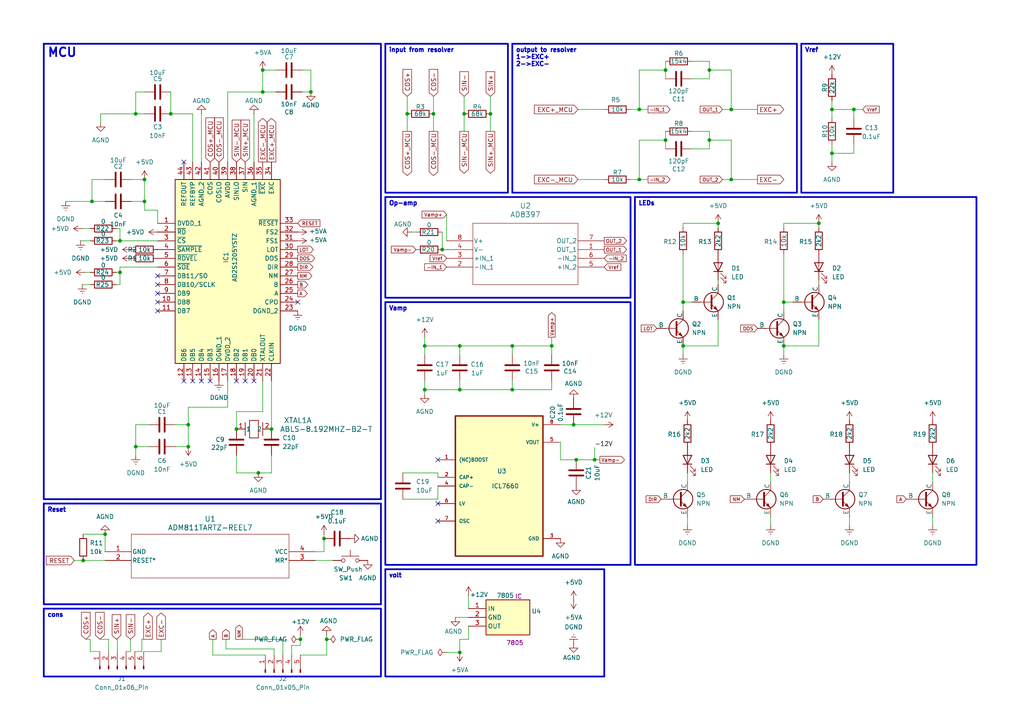
<source format=kicad_sch>
(kicad_sch (version 20250114) (generator "eeschema") (generator_version "9.0")
  (paper "A4")
  (lib_symbols
    (symbol "2024-10-08_12-14-38:ADM811TARTZ-REEL7" (pin_names (offset 0.254))
      (property "Reference" "U3" (at 30.48 9.525 0))
      (property "Value" "ADM811TARTZ-REEL7" (at 30.48 6.985 0))
      (symbol "ADM811TARTZ-REEL7_0_1"
        (pin unspecified line (at 0 0 0) (length 7.62) (name "GND") (number "1"))
        (pin unspecified line (at 0 -2.54 0) (length 7.62) (name "RESET*") (number "2"))
        (pin unspecified line (at 60.96 -2.54 180) (length 7.62) (name "MR*") (number "3"))
      )
      (symbol "ADM811TARTZ-REEL7_1_1"
        (pin unspecified line (at 60.96 0 180) (length 7.62) (name "VCC") (number "4"))
      )
    )
    (symbol "2024-10-17_21-29-33:AD8662ARZ" (pin_names (offset 0.254))
      (property "Reference" "U2" (at 22.86 10.16 0))
      (property "Value" "AD8397" (at 22.86 7.62 0))
      (symbol "AD8662ARZ_0_1"
        (pin unspecified line (at 0 0 0) (length 7.62) (name "V+") (number "8"))
        (pin unspecified line (at 0 -2.54 0) (length 7.62) (name "V-") (number "4"))
      )
      (symbol "AD8662ARZ_1_1"
        (pin unspecified line (at 0 -5.08 0) (length 7.62) (name "+IN_1") (number "3"))
        (pin unspecified line (at 0 -7.62 0) (length 7.62) (name "-IN_1") (number "2"))
        (pin unspecified line (at 45.72 0 180) (length 7.62) (name "OUT_2") (number "7"))
        (pin unspecified line (at 45.72 -2.54 180) (length 7.62) (name "OUT_1") (number "1"))
        (pin unspecified line (at 45.72 -5.08 180) (length 7.62) (name "-IN_2") (number "6"))
        (pin unspecified line (at 45.72 -7.62 180) (length 7.62) (name "+IN_2") (number "5"))
      )
    )
    (symbol "AD2S1205YSTZ:AD2S1205YSTZ"
      (property "Reference" "IC" (at 36.83 17.78 0))
      (property "Value" "AD2S1205YSTZ" (at 36.83 15.24 0))
      (symbol "AD2S1205YSTZ_1_1"
        (pin passive line (at 0 0 0) (length 5.08) (name "DVDD_1") (number "1"))
        (pin passive line (at 0 -2.54 0) (length 5.08) (name "~{RD}") (number "2"))
        (pin passive line (at 0 -5.08 0) (length 5.08) (name "~{CS}") (number "3"))
        (pin passive line (at 0 -7.62 0) (length 5.08) (name "~{SAMPLE}") (number "4"))
        (pin passive line (at 0 -10.16 0) (length 5.08) (name "~{RDVEL}") (number "5"))
        (pin passive line (at 0 -12.7 0) (length 5.08) (name "~{SOE}") (number "6"))
        (pin passive line (at 0 -15.24 0) (length 5.08) (name "DB11/SO") (number "7"))
        (pin passive line (at 0 -17.78 0) (length 5.08) (name "DB10/SCLK") (number "8"))
        (pin passive line (at 0 -20.32 0) (length 5.08) (name "DB9") (number "9"))
        (pin passive line (at 0 -22.86 0) (length 5.08) (name "DB8") (number "10"))
        (pin passive line (at 0 -25.4 0) (length 5.08) (name "DB7") (number "11"))
        (pin passive line (at 7.62 17.78 270) (length 5.08) (name "REFOUT") (number "44"))
        (pin passive line (at 7.62 -45.72 90) (length 5.08) (name "DB6") (number "12"))
        (pin passive line (at 10.16 17.78 270) (length 5.08) (name "REFBYP") (number "43"))
        (pin passive line (at 10.16 -45.72 90) (length 5.08) (name "DB5") (number "13"))
        (pin passive line (at 12.7 17.78 270) (length 5.08) (name "AGND_2") (number "42"))
        (pin passive line (at 12.7 -45.72 90) (length 5.08) (name "DB4") (number "14"))
        (pin passive line (at 15.24 17.78 270) (length 5.08) (name "COS") (number "41"))
        (pin passive line (at 15.24 -45.72 90) (length 5.08) (name "DB3") (number "15"))
        (pin passive line (at 17.78 17.78 270) (length 5.08) (name "COSLO") (number "40"))
        (pin passive line (at 17.78 -45.72 90) (length 5.08) (name "DGND_1") (number "16"))
        (pin passive line (at 20.32 17.78 270) (length 5.08) (name "AVDD") (number "39"))
        (pin passive line (at 20.32 -45.72 90) (length 5.08) (name "DVDD_2") (number "17"))
        (pin passive line (at 22.86 17.78 270) (length 5.08) (name "SINLO") (number "38"))
        (pin passive line (at 22.86 -45.72 90) (length 5.08) (name "DB2") (number "18"))
        (pin passive line (at 25.4 17.78 270) (length 5.08) (name "SIN") (number "37"))
        (pin passive line (at 25.4 -45.72 90) (length 5.08) (name "DB1") (number "19"))
        (pin passive line (at 27.94 17.78 270) (length 5.08) (name "AGND_1") (number "36"))
        (pin passive line (at 27.94 -45.72 90) (length 5.08) (name "DB0") (number "20"))
        (pin passive line (at 30.48 17.78 270) (length 5.08) (name "~{EXC}") (number "35"))
        (pin passive line (at 30.48 -45.72 90) (length 5.08) (name "XTALOUT") (number "21"))
        (pin passive line (at 33.02 17.78 270) (length 5.08) (name "EXC") (number "34"))
        (pin passive line (at 33.02 -45.72 90) (length 5.08) (name "CLKIN") (number "22"))
        (pin passive line (at 40.64 0 180) (length 5.08) (name "~{RESET}") (number "33"))
        (pin passive line (at 40.64 -2.54 180) (length 5.08) (name "FS2") (number "32"))
        (pin passive line (at 40.64 -5.08 180) (length 5.08) (name "FS1") (number "31"))
        (pin passive line (at 40.64 -7.62 180) (length 5.08) (name "LOT") (number "30"))
        (pin passive line (at 40.64 -10.16 180) (length 5.08) (name "DOS") (number "29"))
        (pin passive line (at 40.64 -12.7 180) (length 5.08) (name "DIR") (number "28"))
        (pin passive line (at 40.64 -15.24 180) (length 5.08) (name "NM") (number "27"))
        (pin passive line (at 40.64 -17.78 180) (length 5.08) (name "B") (number "26"))
        (pin passive line (at 40.64 -20.32 180) (length 5.08) (name "A") (number "25"))
        (pin passive line (at 40.64 -22.86 180) (length 5.08) (name "CPO") (number "24"))
        (pin passive line (at 40.64 -25.4 180) (length 5.08) (name "DGND_2") (number "23"))
      )
    )
    (symbol "Connector:Conn_01x05_Pin" (pin_names (offset 1.016) (hide yes))
      (property "Reference" "J" (at 0 7.62 0))
      (property "Value" "Conn_01x05_Pin" (at 0 -7.62 0))
      (symbol "Conn_01x05_Pin_1_1"
        (pin passive line (at 5.08 5.08 180) (length 3.81) (name "Pin_1") (number "1"))
        (pin passive line (at 5.08 2.54 180) (length 3.81) (name "Pin_2") (number "2"))
        (pin passive line (at 5.08 0 180) (length 3.81) (name "Pin_3") (number "3"))
        (pin passive line (at 5.08 -2.54 180) (length 3.81) (name "Pin_4") (number "4"))
        (pin passive line (at 5.08 -5.08 180) (length 3.81) (name "Pin_5") (number "5"))
      )
    )
    (symbol "Connector:Conn_01x06_Pin" (pin_names (offset 1.016) (hide yes))
      (property "Reference" "J" (at 0 7.62 0))
      (property "Value" "Conn_01x06_Pin" (at 0 -10.16 0))
      (symbol "Conn_01x06_Pin_1_1"
        (pin passive line (at 5.08 5.08 180) (length 3.81) (name "Pin_1") (number "1"))
        (pin passive line (at 5.08 2.54 180) (length 3.81) (name "Pin_2") (number "2"))
        (pin passive line (at 5.08 0 180) (length 3.81) (name "Pin_3") (number "3"))
        (pin passive line (at 5.08 -2.54 180) (length 3.81) (name "Pin_4") (number "4"))
        (pin passive line (at 5.08 -5.08 180) (length 3.81) (name "Pin_5") (number "5"))
        (pin passive line (at 5.08 -7.62 180) (length 3.81) (name "Pin_6") (number "6"))
      )
    )
    (symbol "Device:C" (pin_numbers (hide yes)) (pin_names (offset 0.254))
      (property "Reference" "C" (at 0.635 2.54 0))
      (property "Value" "C" (at 0.635 -2.54 0))
      (symbol "C_1_1"
        (pin passive line (at 0 3.81 270) (length 2.794) (name "~") (number "1"))
        (pin passive line (at 0 -3.81 90) (length 2.794) (name "~") (number "2"))
      )
    )
    (symbol "Device:LED" (pin_numbers (hide yes)) (pin_names (offset 1.016) (hide yes))
      (property "Reference" "D" (at 0 2.54 0))
      (property "Value" "LED" (at 0 -2.54 0))
      (symbol "LED_1_1"
        (pin passive line (at -3.81 0 0) (length 2.54) (name "K") (number "1"))
        (pin passive line (at 3.81 0 180) (length 2.54) (name "A") (number "2"))
      )
    )
    (symbol "Device:R" (pin_numbers (hide yes)) (pin_names (offset 0))
      (property "Reference" "R" (at 2.032 0 90))
      (property "Value" "R" (at 0 0 90))
      (symbol "R_1_1"
        (pin passive line (at 0 3.81 270) (length 1.27) (name "~") (number "1"))
        (pin passive line (at 0 -3.81 90) (length 1.27) (name "~") (number "2"))
      )
    )
    (symbol "ICL7662CBA-T:ICL7662CBA-T" (pin_names (offset 1.016))
      (property "Reference" "U" (at -12.7 21.32 0))
      (property "Value" "ICL7662CBA-T" (at -12.7 -24.32 0))
      (symbol "ICL7662CBA-T_0_0"
        (pin bidirectional line (at -17.78 7.62 0) (length 5.08) (name "(NC)BOOST") (number "1"))
        (pin bidirectional line (at -17.78 2.54 0) (length 5.08) (name "CAP+") (number "2"))
        (pin bidirectional line (at -17.78 0 0) (length 5.08) (name "CAP-") (number "4"))
        (pin bidirectional line (at -17.78 -5.08 0) (length 5.08) (name "LV") (number "6"))
        (pin bidirectional line (at -17.78 -10.16 0) (length 5.08) (name "OSC") (number "7"))
        (pin power_in line (at 17.78 17.78 180) (length 5.08) (name "V+") (number "8"))
        (pin output line (at 17.78 12.7 180) (length 5.08) (name "VOUT") (number "5"))
        (pin power_in line (at 17.78 -15.24 180) (length 5.08) (name "GND") (number "3"))
      )
    )
    (symbol "L7805:7805"
      (property "Value" "7805" (at 0 0 0))
      (property "Reference_1" "IC" (at 19.05 7.62 0))
      (property "Value_1" "7805" (at 19.05 5.08 0))
      (symbol "7805_1_1"
        (pin passive line (at 0 0 0) (length 5.08) (name "IN") (number "1"))
        (pin passive line (at 0 -2.54 0) (length 5.08) (name "GND") (number "2"))
        (pin passive line (at 0 -5.08 0) (length 5.08) (name "OUT") (number "3"))
      )
    )
    (symbol "Simulation_SPICE:NPN" (pin_numbers (hide yes)) (pin_names (offset 0))
      (property "Reference" "Q" (at -2.54 7.62 0))
      (property "Value" "NPN" (at -2.54 5.08 0))
      (symbol "NPN_1_1"
        (pin input line (at -5.08 0 0) (length 2.54) (name "B") (number "2"))
        (pin open_collector line (at 2.54 5.08 270) (length 2.54) (name "C") (number "1"))
        (pin open_emitter line (at 2.54 -5.08 90) (length 2.54) (name "E") (number "3"))
      )
    )
    (symbol "Switch:SW_Push" (pin_numbers (hide yes)) (pin_names (offset 1.016) (hide yes))
      (property "Reference" "SW" (at 1.27 2.54 0))
      (property "Value" "SW_Push" (at 0 -1.524 0))
      (symbol "SW_Push_0_1"
        (pin passive line (at -5.08 0 0) (length 2.54) (name "1") (number "1"))
        (pin passive line (at 5.08 0 180) (length 2.54) (name "2") (number "2"))
      )
    )
    (symbol "_ABLS-8-192MHZ-B2-T:ABLS-8.192MHZ-B2-T" (pin_names (offset 0.254))
      (property "Reference" "XTAL" (at 5.08 4.445 0))
      (property "Value" "ABLS-8.192MHZ-B2-T" (at 5.08 -4.445 0))
      (symbol "ABLS-8.192MHZ-B2-T_1_1"
        (pin unspecified line (at 0 0 0) (length 2.54) (name "1") (number "1"))
        (pin unspecified line (at 10.16 0 180) (length 2.54) (name "2") (number "2"))
      )
      (symbol "ABLS-8.192MHZ-B2-T_1_2"
        (pin unspecified line (at 0 10.16 270) (length 2.54) (name "2") (number "2"))
        (pin unspecified line (at 0 0 90) (length 2.54) (name "1") (number "1"))
      )
    )
    (symbol "power:+5V" (power) (pin_numbers (hide yes)) (pin_names (offset 0) (hide yes))
      (property "Value" "+5V" (at 0 3.556 0))
      (symbol "+5V_1_1"
        (pin power_in line (at 0 0 90) (length 0) (name "~") (number "1"))
      )
    )
    (symbol "power:+5VA" (power) (pin_numbers (hide yes)) (pin_names (offset 0) (hide yes))
      (property "Value" "+5VA" (at 0 3.556 0))
      (symbol "+5VA_1_1"
        (pin power_in line (at 0 0 90) (length 0) (name "~") (number "1"))
      )
    )
    (symbol "power:Earth" (power) (pin_numbers (hide yes)) (pin_names (offset 0) (hide yes))
      (property "Value" "Earth" (at 0 -3.81 0))
      (symbol "Earth_1_1"
        (pin power_in line (at 0 0 270) (length 0) (name "~") (number "1"))
      )
    )
    (symbol "power:GND" (power) (pin_numbers (hide yes)) (pin_names (offset 0) (hide yes))
      (property "Value" "GND" (at 0 -3.81 0))
      (symbol "GND_1_1"
        (pin power_in line (at 0 0 270) (length 0) (name "~") (number "1"))
      )
    )
    (symbol "power:PWR_FLAG" (power) (pin_numbers (hide yes)) (pin_names (offset 0) (hide yes))
      (property "Value" "PWR_FLAG" (at 0 3.81 0))
      (symbol "PWR_FLAG_0_0"
        (pin power_out line (at 0 0 90) (length 0) (name "~") (number "1"))
      )
    )
  )
  (text_box "Reset\n" (at 12.7 146.05 0) (size 97.79 29.21) (margins 0.9525 0.9525 0.9525 0.9525) (stroke (width 0.508)) (effects (font (size 1.27 1.27) (thickness 0.508) (bold yes)) (justify left top)))
  (text_box "cons\n" (at 12.7 176.53 0) (size 97.79 19.685) (margins 0.9525 0.9525 0.9525 0.9525) (stroke (width 0.508)) (effects (font (size 1.27 1.27) (thickness 0.508) (bold yes)) (justify left top)))
  (text_box "volt" (at 111.76 165.1 0) (size 63.5 31.115) (margins 0.9525 0.9525 0.9525 0.9525) (stroke (width 0.508)) (effects (font (size 1.27 1.27) (thickness 0.508) (bold yes)) (justify left top)))
  (text_box "Vamp" (at 111.76 87.63 0) (size 71.12 76.2) (margins 0.9525 0.9525 0.9525 0.9525) (stroke (width 0.508)) (effects (font (size 1.27 1.27) (thickness 0.508) (bold yes)) (justify left top)))
  (text_box "Op-amp" (at 111.76 57.15 0) (size 71.12 29.21) (margins 0.9525 0.9525 0.9525 0.9525) (stroke (width 0.508)) (effects (font (size 1.27 1.27) (thickness 0.508) (bold yes)) (justify left top)))
  (text_box "MCU" (at 12.7 12.7 0) (size 97.79 132.08) (margins 0.9525 0.9525 0.9525 0.9525) (stroke (width 0.508)) (effects (font (size 2.54 2.54) (thickness 0.508) (bold yes)) (justify left top)))
  (text_box "output to resolver \n1->EXC+\n2->EXC-" (at 148.59 12.7 0) (size 82.55 43.18) (margins 0.9525 0.9525 0.9525 0.9525) (stroke (width 0.508)) (effects (font (size 1.27 1.27) (thickness 0.508) (bold yes)) (justify left top)))
  (text_box "Vref" (at 232.41 12.7 0) (size 26.67 43.18) (margins 0.9525 0.9525 0.9525 0.9525) (stroke (width 0.508)) (effects (font (size 1.27 1.27) (thickness 0.508) (bold yes)) (justify left top)))
  (text_box "input from resolver" (at 111.76 12.7 0) (size 35.56 43.18) (margins 0.9525 0.9525 0.9525 0.9525) (stroke (width 0.508)) (effects (font (size 1.27 1.27) (thickness 0.508) (bold yes)) (justify left top)))
  (text_box "LEDs" (at 184.15 57.15 0) (size 99.06 106.68) (margins 0.9525 0.9525 0.9525 0.9525) (stroke (width 0.508)) (effects (font (size 1.27 1.27) (thickness 0.508) (bold yes)) (justify left top)))
  (junction (at 247.65 31.75))
  (junction (at 208.28 64.77))
  (junction (at 39.37 33.02))
  (junction (at 34.798 78.994))
  (junction (at 160.02 100.33))
  (junction (at 166.37 123.19))
  (junction (at 34.798 69.85))
  (junction (at 193.04 20.32))
  (junction (at 205.74 20.32))
  (junction (at 93.98 156.21))
  (junction (at 241.3 31.75))
  (junction (at 41.91 58.42))
  (junction (at 227.33 100.33))
  (junction (at 212.09 31.75))
  (junction (at 24.13 162.56))
  (junction (at 74.93 137.16))
  (junction (at 172.466 133.35))
  (junction (at 54.61 123.19))
  (junction (at 133.35 113.03))
  (junction (at 133.35 100.33))
  (junction (at 198.12 87.63))
  (junction (at 148.59 113.03))
  (junction (at 123.19 113.03))
  (junction (at 142.24 33.02))
  (junction (at 128.27 72.39))
  (junction (at 49.53 33.02))
  (junction (at 133.35 189.23))
  (junction (at 134.62 33.02))
  (junction (at 94.742 185.42))
  (junction (at 227.33 87.63))
  (junction (at 205.74 40.64))
  (junction (at 54.61 129.54))
  (junction (at 167.132 133.35))
  (junction (at 39.37 129.54))
  (junction (at 241.3 44.45))
  (junction (at 212.09 52.07))
  (junction (at 185.42 52.07))
  (junction (at 148.59 100.33))
  (junction (at 76.2 20.32))
  (junction (at 26.67 58.42))
  (junction (at 68.58 124.46))
  (junction (at 76.2 26.67))
  (junction (at 185.42 31.75))
  (junction (at 90.17 26.67))
  (junction (at 193.04 40.64))
  (junction (at 123.19 100.33))
  (junction (at 118.11 33.02))
  (junction (at 41.91 52.07))
  (junction (at 237.49 64.77))
  (junction (at 30.48 154.94))
  (junction (at 78.74 124.46))
  (junction (at 125.73 33.02))
  (junction (at 87.122 185.42))
  (junction (at 198.12 100.33))
  (no_connect (at 127 146.05))
  (no_connect (at 45.72 82.55))
  (no_connect (at 53.34 110.49))
  (no_connect (at 60.96 110.49))
  (no_connect (at 127 151.13))
  (no_connect (at 45.72 85.09))
  (no_connect (at 45.72 90.17))
  (no_connect (at 45.72 80.01))
  (no_connect (at 45.72 87.63))
  (no_connect (at 55.88 110.49))
  (no_connect (at 71.12 110.49))
  (no_connect (at 68.58 110.49))
  (no_connect (at 73.66 110.49))
  (no_connect (at 127 133.35))
  (no_connect (at 58.42 110.49))
  (no_connect (at 86.36 87.63))
  (no_connect (at 53.34 46.99))
  (wire (pts (xy 68.58 132.08) (xy 68.58 137.16)))
  (wire (pts (xy 54.61 123.19) (xy 54.61 129.54)))
  (wire (pts (xy 34.798 69.85) (xy 45.72 69.85)))
  (wire (pts (xy 135.89 172.72) (xy 135.89 176.53)))
  (wire (pts (xy 160.02 100.33) (xy 160.02 102.87)))
  (wire (pts (xy 205.74 20.32) (xy 212.09 20.32)))
  (wire (pts (xy 128.27 72.39) (xy 128.27 67.31)))
  (wire (pts (xy 185.42 52.07) (xy 187.96 52.07)))
  (wire (pts (xy 133.35 100.33) (xy 148.59 100.33)))
  (wire (pts (xy 209.55 31.75) (xy 212.09 31.75)))
  (wire (pts (xy 37.846 185.42) (xy 37.846 188.976)))
  (wire (pts (xy 212.09 52.07) (xy 219.71 52.07)))
  (wire (pts (xy 198.12 100.33) (xy 208.28 100.33)))
  (wire (pts (xy 34.036 188.976) (xy 34.036 185.42)))
  (wire (pts (xy 241.3 31.75) (xy 241.3 34.29)))
  (wire (pts (xy 26.67 58.42) (xy 30.48 58.42)))
  (wire (pts (xy 212.09 40.64) (xy 212.09 52.07)))
  (wire (pts (xy 270.51 149.86) (xy 270.51 152.4)))
  (wire (pts (xy 26.67 58.42) (xy 19.05 58.42)))
  (wire (pts (xy 205.74 38.1) (xy 205.74 40.64)))
  (wire (pts (xy 66.04 118.11) (xy 54.61 118.11)))
  (wire (pts (xy 246.38 137.16) (xy 246.38 139.7)))
  (wire (pts (xy 43.18 123.19) (xy 39.37 123.19)))
  (wire (pts (xy 193.04 43.18) (xy 193.04 40.64)))
  (wire (pts (xy 123.19 100.33) (xy 123.19 102.87)))
  (wire (pts (xy 65.532 188.214) (xy 79.502 188.214)))
  (wire (pts (xy 24.13 162.56) (xy 30.48 162.56)))
  (wire (pts (xy 123.19 97.79) (xy 123.19 100.33)))
  (wire (pts (xy 41.148 188.976) (xy 39.116 188.976)))
  (wire (pts (xy 133.35 100.33) (xy 133.35 102.87)))
  (wire (pts (xy 61.722 189.992) (xy 76.962 189.992)))
  (wire (pts (xy 93.98 154.94) (xy 93.98 156.21)))
  (wire (pts (xy 182.88 31.75) (xy 185.42 31.75)))
  (wire (pts (xy 41.91 26.67) (xy 39.37 26.67)))
  (wire (pts (xy 123.19 100.33) (xy 133.35 100.33)))
  (wire (pts (xy 208.28 81.28) (xy 208.28 82.55)))
  (wire (pts (xy 212.09 20.32) (xy 212.09 31.75)))
  (wire (pts (xy 241.3 41.91) (xy 241.3 44.45)))
  (wire (pts (xy 118.11 33.02) (xy 118.11 38.1)))
  (wire (pts (xy 193.04 17.78) (xy 193.04 20.32)))
  (wire (pts (xy 87.122 184.15) (xy 87.122 185.42)))
  (wire (pts (xy 39.37 123.19) (xy 39.37 129.54)))
  (wire (pts (xy 118.11 27.94) (xy 118.11 33.02)))
  (wire (pts (xy 198.12 64.77) (xy 208.28 64.77)))
  (wire (pts (xy 65.532 185.42) (xy 65.532 188.214)))
  (wire (pts (xy 41.91 60.96) (xy 45.72 60.96)))
  (wire (pts (xy 133.35 113.03) (xy 123.19 113.03)))
  (wire (pts (xy 87.63 20.32) (xy 90.17 20.32)))
  (wire (pts (xy 200.66 22.86) (xy 205.74 22.86)))
  (wire (pts (xy 23.368 69.85) (xy 26.162 69.85)))
  (wire (pts (xy 148.59 110.49) (xy 148.59 113.03)))
  (wire (pts (xy 237.49 81.28) (xy 237.49 82.55)))
  (wire (pts (xy 166.37 123.19) (xy 175.26 123.19)))
  (wire (pts (xy 134.62 27.94) (xy 134.62 33.02)))
  (wire (pts (xy 227.33 73.66) (xy 227.33 87.63)))
  (wire (pts (xy 41.656 188.976) (xy 46.736 188.976)))
  (wire (pts (xy 49.53 33.02) (xy 55.88 33.02)))
  (wire (pts (xy 167.64 31.75) (xy 175.26 31.75)))
  (wire (pts (xy 55.88 46.99) (xy 55.88 33.02)))
  (wire (pts (xy 80.01 20.32) (xy 76.2 20.32)))
  (wire (pts (xy 76.2 26.67) (xy 80.01 26.67)))
  (wire (pts (xy 127 140.97) (xy 127 144.78)))
  (wire (pts (xy 23.876 82.55) (xy 26.162 82.55)))
  (wire (pts (xy 87.122 185.42) (xy 87.122 187.198)))
  (wire (pts (xy 39.37 129.54) (xy 39.37 132.08)))
  (wire (pts (xy 182.88 52.07) (xy 185.42 52.07)))
  (wire (pts (xy 94.742 184.15) (xy 94.742 185.42)))
  (wire (pts (xy 241.3 31.75) (xy 247.65 31.75)))
  (wire (pts (xy 212.09 31.75) (xy 219.71 31.75)))
  (wire (pts (xy 49.53 26.67) (xy 49.53 33.02)))
  (wire (pts (xy 148.59 100.33) (xy 148.59 102.87)))
  (wire (pts (xy 73.66 33.02) (xy 73.66 46.99)))
  (wire (pts (xy 58.42 33.02) (xy 58.42 46.99)))
  (wire (pts (xy 160.02 110.49) (xy 160.02 113.03)))
  (wire (pts (xy 193.04 38.1) (xy 193.04 40.64)))
  (wire (pts (xy 41.148 185.42) (xy 41.148 188.976)))
  (wire (pts (xy 198.12 87.63) (xy 198.12 90.17)))
  (wire (pts (xy 209.55 52.07) (xy 212.09 52.07)))
  (wire (pts (xy 185.42 20.32) (xy 185.42 31.75)))
  (wire (pts (xy 162.56 128.27) (xy 162.56 133.35)))
  (wire (pts (xy 185.42 31.75) (xy 187.96 31.75)))
  (wire (pts (xy 227.33 100.33) (xy 237.49 100.33)))
  (wire (pts (xy 227.33 100.33) (xy 227.33 102.87)))
  (wire (pts (xy 78.74 137.16) (xy 74.93 137.16)))
  (wire (pts (xy 193.04 22.86) (xy 193.04 20.32)))
  (wire (pts (xy 37.846 188.976) (xy 36.576 188.976)))
  (wire (pts (xy 227.33 87.63) (xy 229.87 87.63)))
  (wire (pts (xy 93.98 156.21) (xy 93.98 160.02)))
  (wire (pts (xy 87.122 189.992) (xy 94.742 189.992)))
  (wire (pts (xy 50.8 123.19) (xy 54.61 123.19)))
  (wire (pts (xy 91.44 162.56) (xy 96.52 162.56)))
  (wire (pts (xy 247.65 31.75) (xy 250.19 31.75)))
  (wire (pts (xy 172.466 129.794) (xy 172.466 133.35)))
  (wire (pts (xy 39.37 26.67) (xy 39.37 33.02)))
  (wire (pts (xy 33.782 82.55) (xy 34.798 82.55)))
  (wire (pts (xy 46.736 188.976) (xy 46.736 185.42)))
  (wire (pts (xy 205.74 22.86) (xy 205.74 20.32)))
  (wire (pts (xy 200.66 38.1) (xy 205.74 38.1)))
  (wire (pts (xy 167.64 52.07) (xy 175.26 52.07)))
  (wire (pts (xy 66.04 110.49) (xy 66.04 118.11)))
  (wire (pts (xy 241.3 44.45) (xy 247.65 44.45)))
  (wire (pts (xy 50.8 129.54) (xy 54.61 129.54)))
  (wire (pts (xy 38.1 58.42) (xy 41.91 58.42)))
  (wire (pts (xy 162.56 123.19) (xy 166.37 123.19)))
  (wire (pts (xy 129.54 62.23) (xy 129.54 69.85)))
  (wire (pts (xy 142.24 33.02) (xy 142.24 38.1)))
  (wire (pts (xy 160.02 97.79) (xy 160.02 100.33)))
  (wire (pts (xy 247.65 31.75) (xy 247.65 34.29)))
  (wire (pts (xy 205.74 40.64) (xy 212.09 40.64)))
  (wire (pts (xy 94.742 189.992) (xy 94.742 185.42)))
  (wire (pts (xy 172.466 133.35) (xy 173.99 133.35)))
  (wire (pts (xy 41.91 33.02) (xy 39.37 33.02)))
  (wire (pts (xy 76.2 110.49) (xy 76.2 119.38)))
  (wire (pts (xy 119.38 67.31) (xy 120.65 67.31)))
  (wire (pts (xy 34.798 77.47) (xy 34.798 78.994)))
  (wire (pts (xy 142.24 27.94) (xy 142.24 33.02)))
  (wire (pts (xy 33.782 69.85) (xy 34.798 69.85)))
  (wire (pts (xy 167.132 133.35) (xy 172.466 133.35)))
  (wire (pts (xy 205.74 43.18) (xy 205.74 40.64)))
  (wire (pts (xy 69.342 185.42) (xy 82.042 185.42)))
  (wire (pts (xy 205.74 17.78) (xy 205.74 20.32)))
  (wire (pts (xy 21.59 162.56) (xy 24.13 162.56)))
  (wire (pts (xy 84.582 187.198) (xy 87.122 187.198)))
  (wire (pts (xy 241.3 44.45) (xy 241.3 46.99)))
  (wire (pts (xy 208.28 64.77) (xy 208.28 66.04)))
  (wire (pts (xy 39.37 129.54) (xy 43.18 129.54)))
  (wire (pts (xy 26.162 188.976) (xy 28.956 188.976)))
  (wire (pts (xy 198.12 100.33) (xy 198.12 102.87)))
  (wire (pts (xy 68.58 137.16) (xy 74.93 137.16)))
  (wire (pts (xy 42.926 185.42) (xy 41.148 185.42)))
  (wire (pts (xy 162.56 133.35) (xy 167.132 133.35)))
  (wire (pts (xy 223.52 137.16) (xy 223.52 139.7)))
  (wire (pts (xy 198.12 73.66) (xy 198.12 87.63)))
  (wire (pts (xy 76.2 119.38) (xy 68.58 119.38)))
  (wire (pts (xy 198.12 66.04) (xy 198.12 64.77)))
  (wire (pts (xy 34.036 185.42) (xy 33.782 185.42)))
  (wire (pts (xy 29.21 33.02) (xy 29.21 35.56)))
  (wire (pts (xy 26.162 185.42) (xy 26.162 188.976)))
  (wire (pts (xy 82.042 185.42) (xy 82.042 189.992)))
  (wire (pts (xy 247.65 41.91) (xy 247.65 44.45)))
  (wire (pts (xy 39.37 33.02) (xy 29.21 33.02)))
  (wire (pts (xy 134.62 33.02) (xy 134.62 38.1)))
  (wire (pts (xy 76.2 26.67) (xy 76.2 20.32)))
  (wire (pts (xy 223.52 149.86) (xy 223.52 152.4)))
  (wire (pts (xy 24.892 185.42) (xy 26.162 185.42)))
  (wire (pts (xy 78.74 132.08) (xy 78.74 137.16)))
  (wire (pts (xy 30.48 52.07) (xy 26.67 52.07)))
  (wire (pts (xy 34.798 78.994) (xy 34.798 82.55)))
  (wire (pts (xy 208.28 92.71) (xy 208.28 100.33)))
  (wire (pts (xy 132.08 179.07) (xy 135.89 179.07)))
  (wire (pts (xy 125.73 27.94) (xy 125.73 33.02)))
  (wire (pts (xy 270.51 137.16) (xy 270.51 139.7)))
  (wire (pts (xy 199.39 149.86) (xy 199.39 152.4)))
  (wire (pts (xy 87.63 26.67) (xy 90.17 26.67)))
  (wire (pts (xy 185.42 40.64) (xy 185.42 52.07)))
  (wire (pts (xy 78.74 110.49) (xy 78.74 124.46)))
  (wire (pts (xy 123.19 113.03) (xy 123.19 114.3)))
  (wire (pts (xy 116.84 137.16) (xy 127 137.16)))
  (wire (pts (xy 116.84 144.78) (xy 127 144.78)))
  (wire (pts (xy 198.12 87.63) (xy 200.66 87.63)))
  (wire (pts (xy 193.04 20.32) (xy 185.42 20.32)))
  (wire (pts (xy 128.27 72.39) (xy 129.54 72.39)))
  (wire (pts (xy 24.13 154.94) (xy 30.48 154.94)))
  (wire (pts (xy 227.33 66.04) (xy 227.33 64.77)))
  (wire (pts (xy 199.39 137.16) (xy 199.39 139.7)))
  (wire (pts (xy 90.17 26.67) (xy 90.17 20.32)))
  (wire (pts (xy 33.782 78.994) (xy 34.798 78.994)))
  (wire (pts (xy 66.04 26.67) (xy 66.04 46.99)))
  (wire (pts (xy 61.722 185.42) (xy 61.722 189.992)))
  (wire (pts (xy 148.59 100.33) (xy 160.02 100.33)))
  (wire (pts (xy 66.04 26.67) (xy 76.2 26.67)))
  (wire (pts (xy 30.48 160.02) (xy 30.48 154.94)))
  (wire (pts (xy 38.1 52.07) (xy 41.91 52.07)))
  (wire (pts (xy 23.876 66.294) (xy 26.162 66.294)))
  (wire (pts (xy 237.49 92.71) (xy 237.49 100.33)))
  (wire (pts (xy 200.66 17.78) (xy 205.74 17.78)))
  (wire (pts (xy 33.782 66.294) (xy 34.798 66.294)))
  (wire (pts (xy 41.91 58.42) (xy 41.91 60.96)))
  (wire (pts (xy 241.3 29.21) (xy 241.3 31.75)))
  (wire (pts (xy 31.496 188.976) (xy 31.496 185.42)))
  (wire (pts (xy 148.59 113.03) (xy 133.35 113.03)))
  (wire (pts (xy 127 138.43) (xy 127 137.16)))
  (wire (pts (xy 246.38 149.86) (xy 246.38 152.4)))
  (wire (pts (xy 123.19 110.49) (xy 123.19 113.03)))
  (wire (pts (xy 84.582 189.992) (xy 84.582 187.198)))
  (wire (pts (xy 133.35 185.42) (xy 133.35 189.23)))
  (wire (pts (xy 45.72 77.47) (xy 34.798 77.47)))
  (wire (pts (xy 45.72 64.77) (xy 45.72 60.96)))
  (wire (pts (xy 227.33 64.77) (xy 237.49 64.77)))
  (wire (pts (xy 135.89 181.61) (xy 135.89 185.42)))
  (wire (pts (xy 68.58 119.38) (xy 68.58 124.46)))
  (wire (pts (xy 41.91 52.07) (xy 41.91 58.42)))
  (wire (pts (xy 237.49 64.77) (xy 237.49 66.04)))
  (wire (pts (xy 28.956 185.42) (xy 31.496 185.42)))
  (wire (pts (xy 79.502 188.214) (xy 79.502 189.992)))
  (wire (pts (xy 34.798 66.294) (xy 34.798 69.85)))
  (wire (pts (xy 24.638 78.994) (xy 26.162 78.994)))
  (wire (pts (xy 227.33 87.63) (xy 227.33 90.17)))
  (wire (pts (xy 125.73 33.02) (xy 125.73 38.1)))
  (wire (pts (xy 129.54 189.23) (xy 133.35 189.23)))
  (wire (pts (xy 91.44 160.02) (xy 93.98 160.02)))
  (wire (pts (xy 135.89 185.42) (xy 133.35 185.42)))
  (wire (pts (xy 54.61 118.11) (xy 54.61 123.19)))
  (wire (pts (xy 160.02 113.03) (xy 148.59 113.03)))
  (wire (pts (xy 200.66 43.18) (xy 205.74 43.18)))
  (wire (pts (xy 133.35 110.49) (xy 133.35 113.03)))
  (wire (pts (xy 26.67 52.07) (xy 26.67 58.42)))
  (wire (pts (xy 193.04 40.64) (xy 185.42 40.64)))
  (label "-12V" (at 172.466 129.794 0))
  (global_label "Vref" (shape input) (at 250.19 31.75 0) (effects (font (size 1 1))) (property "Intersheetrefs" "${INTERSHEET_REFS}" (effects (hide yes))))
  (global_label "B" (shape input) (at 238.76 144.78 180) (effects (font (size 1 1))) (property "Intersheetrefs" "${INTERSHEET_REFS}" (effects (hide yes))))
  (global_label "SIN-" (shape input) (at 37.846 185.42 90) (property "Intersheetrefs" "${INTERSHEET_REFS}" (effects (hide yes))))
  (global_label "COS-" (shape input) (at 125.73 27.94 90) (property "Intersheetrefs" "${INTERSHEET_REFS}" (effects (hide yes))))
  (global_label "EXC-_MCU" (shape output) (at 76.2 46.99 90) (property "Intersheetrefs" "${INTERSHEET_REFS}" (effects (hide yes))))
  (global_label "SIN-_MCU" (shape output) (at 134.62 38.1 270) (property "Intersheetrefs" "${INTERSHEET_REFS}" (effects (hide yes))))
  (global_label "OUT_2" (shape output) (at 175.26 69.85 0) (effects (font (size 1 1))) (property "Intersheetrefs" "${INTERSHEET_REFS}" (effects (hide yes))))
  (global_label "EXC-_MCU" (shape input) (at 167.64 52.07 180) (property "Intersheetrefs" "${INTERSHEET_REFS}" (effects (hide yes))))
  (global_label "SIN-" (shape input) (at 134.62 27.94 90) (property "Intersheetrefs" "${INTERSHEET_REFS}" (effects (hide yes))))
  (global_label "-IN_1" (shape input) (at 129.54 77.47 180) (effects (font (size 1 1))) (property "Intersheetrefs" "${INTERSHEET_REFS}" (effects (hide yes))))
  (global_label "SIN+" (shape input) (at 33.782 185.42 90) (property "Intersheetrefs" "${INTERSHEET_REFS}" (effects (hide yes))))
  (global_label "-IN_1" (shape output) (at 187.96 31.75 0) (effects (font (size 1 1))) (property "Intersheetrefs" "${INTERSHEET_REFS}" (effects (hide yes))))
  (global_label "COS+" (shape input) (at 24.892 185.42 90) (property "Intersheetrefs" "${INTERSHEET_REFS}" (effects (hide yes))))
  (global_label "OUT_2" (shape input) (at 209.55 52.07 180) (effects (font (size 1 1))) (property "Intersheetrefs" "${INTERSHEET_REFS}" (effects (hide yes))))
  (global_label "EXC-" (shape output) (at 219.71 52.07 0) (property "Intersheetrefs" "${INTERSHEET_REFS}" (effects (hide yes))))
  (global_label "Vamp-" (shape input) (at 120.65 72.39 180) (effects (font (size 1 1))) (property "Intersheetrefs" "${INTERSHEET_REFS}" (effects (hide yes))))
  (global_label "B" (shape output) (at 65.532 185.42 90) (effects (font (size 1 1))) (property "Intersheetrefs" "${INTERSHEET_REFS}" (effects (hide yes))))
  (global_label "LOT" (shape input) (at 190.5 95.25 180) (effects (font (size 1 1))) (property "Intersheetrefs" "${INTERSHEET_REFS}" (effects (hide yes))))
  (global_label "EXC+" (shape output) (at 219.71 31.75 0) (property "Intersheetrefs" "${INTERSHEET_REFS}" (effects (hide yes))))
  (global_label "EXC+_MCU" (shape input) (at 167.64 31.75 180) (property "Intersheetrefs" "${INTERSHEET_REFS}" (effects (hide yes))))
  (global_label "A" (shape output) (at 86.36 85.09 0) (effects (font (size 1 1))) (property "Intersheetrefs" "${INTERSHEET_REFS}" (effects (hide yes))))
  (global_label "LOT" (shape output) (at 86.36 72.39 0) (effects (font (size 1 1))) (property "Intersheetrefs" "${INTERSHEET_REFS}" (effects (hide yes))))
  (global_label "B" (shape output) (at 86.36 82.55 0) (effects (font (size 1 1))) (property "Intersheetrefs" "${INTERSHEET_REFS}" (effects (hide yes))))
  (global_label "COS-_MCU" (shape output) (at 125.73 38.1 270) (property "Intersheetrefs" "${INTERSHEET_REFS}" (effects (hide yes))))
  (global_label "DIR" (shape output) (at 86.36 77.47 0) (effects (font (size 1 1))) (property "Intersheetrefs" "${INTERSHEET_REFS}" (effects (hide yes))))
  (global_label "NM" (shape output) (at 86.36 80.01 0) (effects (font (size 1 1))) (property "Intersheetrefs" "${INTERSHEET_REFS}" (effects (hide yes))))
  (global_label "Vref" (shape input) (at 175.26 77.47 0) (effects (font (size 1 1))) (property "Intersheetrefs" "${INTERSHEET_REFS}" (effects (hide yes))))
  (global_label "COS-_MCU" (shape input) (at 63.5 46.99 90) (property "Intersheetrefs" "${INTERSHEET_REFS}" (effects (hide yes))))
  (global_label "OUT_1" (shape input) (at 209.55 31.75 180) (effects (font (size 1 1))) (property "Intersheetrefs" "${INTERSHEET_REFS}" (effects (hide yes))))
  (global_label "DOS" (shape input) (at 219.71 95.25 180) (effects (font (size 1 1))) (property "Intersheetrefs" "${INTERSHEET_REFS}" (effects (hide yes))))
  (global_label "DIR" (shape input) (at 191.77 144.78 180) (effects (font (size 1 1))) (property "Intersheetrefs" "${INTERSHEET_REFS}" (effects (hide yes))))
  (global_label "DOS" (shape output) (at 86.36 74.93 0) (effects (font (size 1 1))) (property "Intersheetrefs" "${INTERSHEET_REFS}" (effects (hide yes))))
  (global_label "A" (shape output) (at 61.722 185.42 90) (effects (font (size 1 1))) (property "Intersheetrefs" "${INTERSHEET_REFS}" (effects (hide yes))))
  (global_label "Vamp+" (shape input) (at 129.54 62.23 180) (effects (font (size 1 1))) (property "Intersheetrefs" "${INTERSHEET_REFS}" (effects (hide yes))))
  (global_label "RESET" (shape input) (at 86.36 64.77 0) (effects (font (size 1 1))) (property "Intersheetrefs" "${INTERSHEET_REFS}" (effects (hide yes))))
  (global_label "COS+" (shape input) (at 118.11 27.94 90) (property "Intersheetrefs" "${INTERSHEET_REFS}" (effects (hide yes))))
  (global_label "EXC+_MCU" (shape output) (at 78.74 46.99 90) (property "Intersheetrefs" "${INTERSHEET_REFS}" (effects (hide yes))))
  (global_label "SIN+_MCU" (shape output) (at 142.24 38.1 270) (property "Intersheetrefs" "${INTERSHEET_REFS}" (effects (hide yes))))
  (global_label "SIN-_MCU" (shape input) (at 68.58 46.99 90) (property "Intersheetrefs" "${INTERSHEET_REFS}" (effects (hide yes))))
  (global_label "A" (shape input) (at 262.89 144.78 180) (effects (font (size 1 1))) (property "Intersheetrefs" "${INTERSHEET_REFS}" (effects (hide yes))))
  (global_label "Vref" (shape input) (at 129.54 74.93 180) (effects (font (size 1 1))) (property "Intersheetrefs" "${INTERSHEET_REFS}" (effects (hide yes))))
  (global_label "EXC+" (shape output) (at 42.926 185.42 90) (property "Intersheetrefs" "${INTERSHEET_REFS}" (effects (hide yes))))
  (global_label "SIN+" (shape input) (at 142.24 27.94 90) (property "Intersheetrefs" "${INTERSHEET_REFS}" (effects (hide yes))))
  (global_label "OUT_1" (shape output) (at 175.26 72.39 0) (effects (font (size 1 1))) (property "Intersheetrefs" "${INTERSHEET_REFS}" (effects (hide yes))))
  (global_label "EXC-" (shape output) (at 46.736 185.42 90) (property "Intersheetrefs" "${INTERSHEET_REFS}" (effects (hide yes))))
  (global_label "Vamp-" (shape output) (at 173.99 133.35 0) (effects (font (size 1 1))) (property "Intersheetrefs" "${INTERSHEET_REFS}" (effects (hide yes))))
  (global_label "COS+_MCU" (shape input) (at 60.96 46.99 90) (property "Intersheetrefs" "${INTERSHEET_REFS}" (effects (hide yes))))
  (global_label "COS-" (shape input) (at 28.956 185.42 90) (property "Intersheetrefs" "${INTERSHEET_REFS}" (effects (hide yes))))
  (global_label "Vamp+" (shape output) (at 160.02 97.79 90) (effects (font (size 1 1))) (property "Intersheetrefs" "${INTERSHEET_REFS}" (effects (hide yes))))
  (global_label "-IN_2" (shape output) (at 187.96 52.07 0) (effects (font (size 1 1))) (property "Intersheetrefs" "${INTERSHEET_REFS}" (effects (hide yes))))
  (global_label "NM" (shape output) (at 69.342 185.42 90) (effects (font (size 1 1))) (property "Intersheetrefs" "${INTERSHEET_REFS}" (effects (hide yes))))
  (global_label "COS+_MCU" (shape output) (at 118.11 38.1 270) (property "Intersheetrefs" "${INTERSHEET_REFS}" (effects (hide yes))))
  (global_label "SIN+_MCU" (shape input) (at 71.12 46.99 90) (property "Intersheetrefs" "${INTERSHEET_REFS}" (effects (hide yes))))
  (global_label "NM" (shape input) (at 215.9 144.78 180) (effects (font (size 1 1))) (property "Intersheetrefs" "${INTERSHEET_REFS}" (effects (hide yes))))
  (global_label "RESET" (shape input) (at 21.59 162.56 180) (property "Intersheetrefs" "${INTERSHEET_REFS}" (effects (hide yes))))
  (global_label "-IN_2" (shape input) (at 175.26 74.93 0) (effects (font (size 1 1))) (property "Intersheetrefs" "${INTERSHEET_REFS}" (effects (hide yes))))
  (symbol (lib_id "Device:C") (at 196.85 22.86 270) (unit 1)
    (property "Reference" "C11" (at 196.85 28.702 90))
    (property "Value" "120pF" (at 196.85 26.416 90))
    (property "Footprint" "Capacitor_SMD:C_1206_3216Metric_Pad1.33x1.80mm_HandSolder" (effects (hide yes)))
    (property "Description" "Unpolarized capacitor" (effects (hide yes)))
  )
  (symbol (lib_id "power:Earth") (at 270.51 152.4 0) (unit 1)
    (property "Reference" "#PWR040" (effects (hide yes)))
    (property "Value" "DGND" (at 270.51 157.48 0))
    (property "Description" "Power symbol creates a global label with name \"Earth\"" (effects (hide yes)))
  )
  (symbol (lib_id "Device:R") (at 124.46 72.39 270) (unit 1)
    (property "Reference" "R20" (at 124.206 72.39 90))
    (property "Value" "0" (at 124.46 70.358 90))
    (property "Footprint" "Resistor_SMD:R_0805_2012Metric_Pad1.20x1.40mm_HandSolder" (effects (hide yes)))
    (property "Description" "Resistor" (effects (hide yes)))
  )
  (symbol (lib_id "power:+5VA") (at 87.122 184.15 0) (unit 1)
    (property "Reference" "#PWR049" (effects (hide yes)))
    (property "Value" "+12V" (at 87.122 180.34 0))
    (property "Description" "Power symbol creates a global label with name \"+5VA\"" (effects (hide yes)))
  )
  (symbol (lib_id "power:+5VA") (at 76.2 20.32 0) (unit 1)
    (property "Reference" "#PWR09" (effects (hide yes)))
    (property "Value" "+5VA" (at 76.2 15.24 0))
    (property "Description" "Power symbol creates a global label with name \"+5VA\"" (effects (hide yes)))
  )
  (symbol (lib_id "power:GND") (at 241.3 46.99 0) (unit 1)
    (property "Reference" "#PWR020" (effects (hide yes)))
    (property "Value" "AGND" (at 241.3 52.07 0))
  )
  (symbol (lib_id "power:+5V") (at 199.39 121.92 0) (unit 1)
    (property "Reference" "#PWR033" (effects (hide yes)))
    (property "Value" "+5VD" (at 199.39 116.84 0))
    (property "Description" "Power symbol creates a global label with name \"+5V\"" (effects (hide yes)))
  )
  (symbol (lib_id "_ABLS-8-192MHZ-B2-T:ABLS-8.192MHZ-B2-T") (at 68.58 124.46 0) (unit 1)
    (property "Reference" "XTAL1" (at 86.36 121.92 0) (effects (font (size 1.524 1.524))))
    (property "Value" "ABLS-8.192MHZ-B2-T" (at 94.615 124.46 0) (effects (font (size 1.524 1.524))))
    (property "Footprint" "_ABLS-8-192MHZ-B2-T:XTAL_HC&slash_49US_ABLS_ABR" (effects (hide yes)))
    (property "Datasheet" "ABLS-8.192MHZ-B2-T" (effects (hide yes)))
  )
  (symbol (lib_id "Device:LED") (at 246.38 133.35 90) (unit 1)
    (property "Reference" "D5" (at 250.19 133.6674 90) (effects (justify right)))
    (property "Value" "LED" (at 250.19 136.2074 90) (effects (justify right)))
    (property "Footprint" "Diode_SMD:D_0805_2012Metric_Pad1.15x1.40mm_HandSolder" (effects (hide yes)))
    (property "Description" "Light emitting diode" (effects (hide yes)))
    (property "Sim.Pins" "1=K 2=A" (effects (hide yes)))
  )
  (symbol (lib_id "power:GND") (at 74.93 137.16 0) (unit 1)
    (property "Reference" "#PWR016" (effects (hide yes)))
    (property "Value" "AGND" (at 74.93 142.24 0))
  )
  (symbol (lib_id "power:+5VA") (at 133.35 189.23 180) (unit 1)
    (property "Reference" "#PWR042" (effects (hide yes)))
    (property "Value" "+5VA" (at 133.35 194.31 0))
    (property "Description" "Power symbol creates a global label with name \"+5VA\"" (effects (hide yes)))
  )
  (symbol (lib_id "Connector:Conn_01x06_Pin") (at 34.036 194.056 90) (unit 1)
    (property "Reference" "J1" (at 35.306 196.85 90))
    (property "Value" "Conn_01x06_Pin" (at 35.306 199.39 90))
    (property "Footprint" "Connector_JST:JST_PH_B6B-PH-K_1x06_P2.00mm_Vertical" (effects (hide yes)))
    (property "Description" "Generic connector, single row, 01x06, script generated" (effects (hide yes)))
  )
  (symbol (lib_id "power:GND") (at 123.19 114.3 0) (unit 1)
    (property "Reference" "#PWR023" (effects (hide yes)))
    (property "Value" "AGND" (at 123.19 119.38 0))
  )
  (symbol (lib_id "2024-10-17_21-29-33:AD8662ARZ") (at 129.54 69.85 0) (unit 1)
    (property "Reference" "U2" (at 152.4 59.69 0) (effects (font (size 1.524 1.524))))
    (property "Value" "AD8397" (at 152.4 62.23 0) (effects (font (size 1.524 1.524))))
    (property "Footprint" "Custom_Symbols:SOIC127P600X175-8N" (effects (hide yes)))
    (property "Datasheet" "AD8662ARZ" (effects (hide yes)))
  )
  (symbol (lib_id "power:Earth") (at 166.37 186.69 180) (unit 1)
    (property "Reference" "#PWR046" (effects (hide yes)))
    (property "Value" "DGND" (at 166.37 181.864 0))
    (property "Description" "Power symbol creates a global label with name \"Earth\"" (effects (hide yes)))
  )
  (symbol (lib_id "Device:C") (at 46.99 129.54 270) (unit 1)
    (property "Reference" "C6" (at 46.99 133.604 90))
    (property "Value" "10nF" (at 46.99 136.144 90))
    (property "Footprint" "Capacitor_SMD:C_0805_2012Metric_Pad1.18x1.45mm_HandSolder" (effects (hide yes)))
    (property "Description" "Unpolarized capacitor" (effects (hide yes)))
  )
  (symbol (lib_id "power:Earth") (at 63.5 110.49 0) (unit 1)
    (property "Reference" "#PWR06" (effects (hide yes)))
    (property "Value" "DGND" (at 63.5 115.316 0))
    (property "Description" "Power symbol creates a global label with name \"Earth\"" (effects (hide yes)))
  )
  (symbol (lib_id "Device:C") (at 83.82 20.32 270) (unit 1)
    (property "Reference" "C7" (at 83.82 16.51 90))
    (property "Value" "10uF" (at 83.82 14.732 90))
    (property "Footprint" "Capacitor_SMD:C_0805_2012Metric_Pad1.18x1.45mm_HandSolder" (effects (hide yes)))
    (property "Description" "Unpolarized capacitor" (effects (hide yes)))
  )
  (symbol (lib_id "Device:C") (at 34.29 58.42 270) (unit 1)
    (property "Reference" "C4" (at 34.29 62.484 90))
    (property "Value" "10nF" (at 34.29 65.024 90))
    (property "Footprint" "Capacitor_SMD:C_0805_2012Metric_Pad1.18x1.45mm_HandSolder" (effects (hide yes)))
    (property "Description" "Unpolarized capacitor" (effects (hide yes)))
  )
  (symbol (lib_id "Device:C") (at 123.19 106.68 180) (unit 1)
    (property "Reference" "C17" (at 128.27 105.664 0))
    (property "Value" "1uF" (at 128.27 108.204 0))
    (property "Footprint" "Capacitor_SMD:C_0805_2012Metric_Pad1.18x1.45mm_HandSolder" (effects (hide yes)))
    (property "Description" "Unpolarized capacitor" (effects (hide yes)))
  )
  (symbol (lib_id "Device:R") (at 124.46 67.31 270) (unit 1)
    (property "Reference" "R21" (at 124.206 67.31 90))
    (property "Value" "0" (at 124.46 65.278 90))
    (property "Footprint" "Resistor_SMD:R_0805_2012Metric_Pad1.20x1.40mm_HandSolder" (effects (hide yes)))
    (property "Description" "Resistor" (effects (hide yes)))
  )
  (symbol (lib_id "power:Earth") (at 227.33 102.87 0) (unit 1)
    (property "Reference" "#PWR031" (effects (hide yes)))
    (property "Value" "DGND" (at 227.33 107.95 0))
    (property "Description" "Power symbol creates a global label with name \"Earth\"" (effects (hide yes)))
  )
  (symbol (lib_id "Simulation_SPICE:NPN") (at 195.58 95.25 0) (unit 1)
    (property "Reference" "Q2" (at 200.66 93.9799 0) (effects (justify left)))
    (property "Value" "NPN" (at 200.66 96.5199 0) (effects (justify left)))
    (property "Footprint" "Package_TO_SOT_SMD:SOT-23-3" (effects (hide yes)))
    (property "Datasheet" "https://ngspice.sourceforge.io/docs/ngspice-html-manual/manual.xhtml#cha_BJTs" (effects (hide yes)))
    (property "Description" "Bipolar transistor symbol for simulation only, substrate tied to the emitter" (effects (hide yes)))
    (property "Sim.Device" "NPN" (effects (hide yes)))
    (property "Sim.Type" "GUMMELPOON" (effects (hide yes)))
    (property "Sim.Pins" "1=C 2=B 3=E" (effects (hide yes)))
  )
  (symbol (lib_id "Device:LED") (at 199.39 133.35 90) (unit 1)
    (property "Reference" "D3" (at 203.2 133.6674 90) (effects (justify right)))
    (property "Value" "LED" (at 203.2 136.2074 90) (effects (justify right)))
    (property "Footprint" "Diode_SMD:D_0805_2012Metric_Pad1.15x1.40mm_HandSolder" (effects (hide yes)))
    (property "Description" "Light emitting diode" (effects (hide yes)))
    (property "Sim.Pins" "1=K 2=A" (effects (hide yes)))
  )
  (symbol (lib_id "power:Earth") (at 23.368 69.85 0) (unit 1)
    (property "Reference" "#PWR051" (effects (hide yes)))
    (property "Value" "DGND" (at 23.368 74.93 0))
    (property "Description" "Power symbol creates a global label with name \"Earth\"" (effects (hide yes)))
  )
  (symbol (lib_id "power:Earth") (at 39.37 132.08 0) (unit 1)
    (property "Reference" "#PWR04" (effects (hide yes)))
    (property "Value" "DGND" (at 39.37 137.16 0))
    (property "Description" "Power symbol creates a global label with name \"Earth\"" (effects (hide yes)))
  )
  (symbol (lib_id "power:GND") (at 167.132 140.97 0) (unit 1)
    (property "Reference" "#PWR054" (effects (hide yes)))
    (property "Value" "AGND" (at 167.132 145.542 0))
  )
  (symbol (lib_id "Device:R") (at 138.43 33.02 90) (unit 1)
    (property "Reference" "R4" (at 138.43 30.988 90))
    (property "Value" "68k" (at 138.43 33.02 90))
    (property "Footprint" "Resistor_SMD:R_0805_2012Metric_Pad1.20x1.40mm_HandSolder" (effects (hide yes)))
    (property "Description" "Resistor" (effects (hide yes)))
  )
  (symbol (lib_id "Device:R") (at 241.3 38.1 180) (unit 1)
    (property "Reference" "R10" (at 239.268 38.1 90))
    (property "Value" "10k" (at 241.3 38.1 90))
    (property "Footprint" "Resistor_SMD:R_0805_2012Metric_Pad1.20x1.40mm_HandSolder" (effects (hide yes)))
    (property "Description" "Resistor" (effects (hide yes)))
  )
  (symbol (lib_id "power:+5V") (at 24.638 78.994 90) (unit 1)
    (property "Reference" "#PWR011" (effects (hide yes)))
    (property "Value" "+5VD" (at 20.828 78.9939 90) (effects (justify left)))
    (property "Description" "Power symbol creates a global label with name \"+5V\"" (effects (hide yes)))
  )
  (symbol (lib_id "Device:R") (at 196.85 17.78 90) (unit 1)
    (property "Reference" "R6" (at 196.85 15.494 90))
    (property "Value" "15k4" (at 196.85 17.78 90))
    (property "Footprint" "Resistor_SMD:R_0805_2012Metric_Pad1.20x1.40mm_HandSolder" (effects (hide yes)))
    (property "Description" "Resistor" (effects (hide yes)))
  )
  (symbol (lib_id "Device:C") (at 83.82 26.67 270) (unit 1)
    (property "Reference" "C8" (at 83.82 32.512 90))
    (property "Value" "10nF" (at 83.82 30.226 90))
    (property "Footprint" "Capacitor_SMD:C_0805_2012Metric_Pad1.18x1.45mm_HandSolder" (effects (hide yes)))
    (property "Description" "Unpolarized capacitor" (effects (hide yes)))
  )
  (symbol (lib_id "power:Earth") (at 223.52 152.4 0) (unit 1)
    (property "Reference" "#PWR036" (effects (hide yes)))
    (property "Value" "DGND" (at 223.52 157.48 0))
    (property "Description" "Power symbol creates a global label with name \"Earth\"" (effects (hide yes)))
  )
  (symbol (lib_id "Device:R") (at 196.85 38.1 90) (unit 1)
    (property "Reference" "R8" (at 196.85 35.814 90))
    (property "Value" "15k4" (at 196.85 38.1 90))
    (property "Footprint" "Resistor_SMD:R_0805_2012Metric_Pad1.20x1.40mm_HandSolder" (effects (hide yes)))
    (property "Description" "Resistor" (effects (hide yes)))
  )
  (symbol (lib_id "power:GND") (at 30.48 154.94 180) (unit 1)
    (property "Reference" "#PWR025" (effects (hide yes)))
    (property "Value" "AGND" (at 30.48 149.86 0))
  )
  (symbol (lib_id "Device:LED") (at 223.52 133.35 90) (unit 1)
    (property "Reference" "D4" (at 227.33 133.6674 90) (effects (justify right)))
    (property "Value" "LED" (at 227.33 136.2074 90) (effects (justify right)))
    (property "Footprint" "Diode_SMD:D_0805_2012Metric_Pad1.15x1.40mm_HandSolder" (effects (hide yes)))
    (property "Description" "Light emitting diode" (effects (hide yes)))
    (property "Sim.Pins" "1=K 2=A" (effects (hide yes)))
  )
  (symbol (lib_id "power:GND") (at 101.6 156.21 90) (unit 1)
    (property "Reference" "#PWR026" (effects (hide yes)))
    (property "Value" "AGND" (at 104.648 156.21 90) (effects (justify right)))
  )
  (symbol (lib_id "power:PWR_FLAG") (at 129.54 189.23 90) (unit 1)
    (property "Reference" "#FLG03" (effects (hide yes)))
    (property "Value" "PWR_FLAG" (at 125.73 189.2299 90) (effects (justify left)))
    (property "Description" "Special symbol for telling ERC where power comes from" (effects (hide yes)))
  )
  (symbol (lib_id "Simulation_SPICE:NPN") (at 243.84 144.78 0) (unit 1)
    (property "Reference" "Q7" (at 248.92 143.5099 0) (effects (justify left)))
    (property "Value" "NPN" (at 248.92 146.0499 0) (effects (justify left)))
    (property "Footprint" "Package_TO_SOT_SMD:SOT-23-3" (effects (hide yes)))
    (property "Datasheet" "https://ngspice.sourceforge.io/docs/ngspice-html-manual/manual.xhtml#cha_BJTs" (effects (hide yes)))
    (property "Description" "Bipolar transistor symbol for simulation only, substrate tied to the emitter" (effects (hide yes)))
    (property "Sim.Device" "NPN" (effects (hide yes)))
    (property "Sim.Type" "GUMMELPOON" (effects (hide yes)))
    (property "Sim.Pins" "1=C 2=B 3=E" (effects (hide yes)))
  )
  (symbol (lib_id "L7805:7805") (at 135.89 176.53 0) (unit 1)
    (property "Reference" "U4" (at 154.178 177.292 0) (effects (justify left)))
    (property "Value" "7805" (at 144.018 172.72 0) (effects (justify left)))
    (property "Footprint" "L7805CV:TO255P460X1020X2008-3P" (effects (hide yes)))
    (property "Reference_1" "IC" (at 149.352 172.974 0) (effects (justify left)))
    (property "Value_1" "7805" (at 146.812 186.436 0) (effects (justify left)))
    (property "Footprint_1" "TO254P470X1000X1610-3P" (effects (hide yes)))
    (property "Datasheet_1" "https://datasheet.lcsc.com/szlcsc/1812061730_BLUE-ROCKET-7805_C305416.pdf" (effects (hide yes)))
    (property "Height" "4.7" (effects (hide yes)))
    (property "Manufacturer_Name" "Foshan Blue Rocket Elec" (effects (hide yes)))
    (property "Manufacturer_Part_Number" "7805" (effects (hide yes)))
  )
  (symbol (lib_id "power:GND") (at 58.42 33.02 180) (unit 1)
    (property "Reference" "#PWR08" (effects (hide yes)))
    (property "Value" "AGND" (at 58.42 29.21 0))
    (property "Description" "Power symbol creates a global label with name \"GND\" , ground" (effects (hide yes)))
  )
  (symbol (lib_id "power:Earth") (at 198.12 102.87 0) (unit 1)
    (property "Reference" "#PWR029" (effects (hide yes)))
    (property "Value" "DGND" (at 198.12 107.95 0))
    (property "Description" "Power symbol creates a global label with name \"Earth\"" (effects (hide yes)))
  )
  (symbol (lib_id "Device:C") (at 34.29 52.07 270) (unit 1)
    (property "Reference" "C2" (at 34.29 48.26 90))
    (property "Value" "10uF" (at 34.29 46.482 90))
    (property "Footprint" "Capacitor_SMD:C_0805_2012Metric_Pad1.18x1.45mm_HandSolder" (effects (hide yes)))
    (property "Description" "Unpolarized capacitor" (effects (hide yes)))
  )
  (symbol (lib_id "power:+5V") (at 45.72 67.31 90) (unit 1)
    (property "Reference" "#PWR013" (effects (hide yes)))
    (property "Value" "+5VD" (at 41.91 67.3099 90) (effects (justify left)))
    (property "Description" "Power symbol creates a global label with name \"+5V\"" (effects (hide yes)))
  )
  (symbol (lib_id "Device:C") (at 46.99 123.19 270) (unit 1)
    (property "Reference" "C1" (at 46.99 119.38 90))
    (property "Value" "10uF" (at 46.99 117.602 90))
    (property "Footprint" "Capacitor_SMD:C_0805_2012Metric_Pad1.18x1.45mm_HandSolder" (effects (hide yes)))
    (property "Description" "Unpolarized capacitor" (effects (hide yes)))
  )
  (symbol (lib_id "power:Earth") (at 199.39 152.4 0) (unit 1)
    (property "Reference" "#PWR034" (effects (hide yes)))
    (property "Value" "DGND" (at 199.39 157.48 0))
    (property "Description" "Power symbol creates a global label with name \"Earth\"" (effects (hide yes)))
  )
  (symbol (lib_id "Device:R") (at 179.07 52.07 90) (unit 1)
    (property "Reference" "R7" (at 179.07 50.038 90))
    (property "Value" "10k" (at 179.07 52.07 90))
    (property "Footprint" "Resistor_SMD:R_0805_2012Metric_Pad1.20x1.40mm_HandSolder" (effects (hide yes)))
    (property "Description" "Resistor" (effects (hide yes)))
  )
  (symbol (lib_id "power:PWR_FLAG") (at 94.742 185.42 270) (unit 1)
    (property "Reference" "#FLG01" (effects (hide yes)))
    (property "Value" "PWR_FLAG" (at 98.552 185.4199 90) (effects (justify left)))
    (property "Description" "Special symbol for telling ERC where power comes from" (effects (hide yes)))
  )
  (symbol (lib_id "Device:R") (at 24.13 158.75 0) (unit 1)
    (property "Reference" "R11" (at 26.035 157.48 0) (effects (justify left)))
    (property "Value" "10k" (at 26.035 160.02 0) (effects (justify left)))
    (property "Footprint" "Resistor_SMD:R_0805_2012Metric_Pad1.20x1.40mm_HandSolder" (effects (hide yes)))
  )
  (symbol (lib_id "Simulation_SPICE:NPN") (at 267.97 144.78 0) (unit 1)
    (property "Reference" "Q8" (at 273.05 143.5099 0) (effects (justify left)))
    (property "Value" "NPN" (at 273.05 146.0499 0) (effects (justify left)))
    (property "Footprint" "Package_TO_SOT_SMD:SOT-23-3" (effects (hide yes)))
    (property "Datasheet" "https://ngspice.sourceforge.io/docs/ngspice-html-manual/manual.xhtml#cha_BJTs" (effects (hide yes)))
    (property "Description" "Bipolar transistor symbol for simulation only, substrate tied to the emitter" (effects (hide yes)))
    (property "Sim.Device" "NPN" (effects (hide yes)))
    (property "Sim.Type" "GUMMELPOON" (effects (hide yes)))
    (property "Sim.Pins" "1=C 2=B 3=E" (effects (hide yes)))
  )
  (symbol (lib_id "power:+5V") (at 270.51 121.92 0) (unit 1)
    (property "Reference" "#PWR039" (effects (hide yes)))
    (property "Value" "+5VD" (at 270.51 116.84 0))
    (property "Description" "Power symbol creates a global label with name \"+5V\"" (effects (hide yes)))
  )
  (symbol (lib_id "Device:R") (at 270.51 125.73 180) (unit 1)
    (property "Reference" "R19" (at 266.7 125.984 0))
    (property "Value" "2k2" (at 270.51 125.73 90))
    (property "Footprint" "Resistor_SMD:R_0805_2012Metric_Pad1.20x1.40mm_HandSolder" (effects (hide yes)))
    (property "Description" "Resistor" (effects (hide yes)))
  )
  (symbol (lib_id "power:GND") (at 132.08 179.07 0) (unit 1)
    (property "Reference" "#PWR043" (effects (hide yes)))
    (property "Value" "AGND" (at 134.112 183.134 0) (effects (justify right)))
  )
  (symbol (lib_id "power:+5VA") (at 241.3 21.59 0) (unit 1)
    (property "Reference" "#PWR021" (effects (hide yes)))
    (property "Value" "+12V" (at 241.3 16.51 0))
    (property "Description" "Power symbol creates a global label with name \"+5VA\"" (effects (hide yes)))
  )
  (symbol (lib_id "power:+5V") (at 23.876 66.294 90) (unit 1)
    (property "Reference" "#PWR012" (effects (hide yes)))
    (property "Value" "+5VD" (at 20.066 66.2939 90) (effects (justify left)))
    (property "Description" "Power symbol creates a global label with name \"+5V\"" (effects (hide yes)))
  )
  (symbol (lib_id "power:Earth") (at 19.05 58.42 0) (unit 1)
    (property "Reference" "#PWR02" (effects (hide yes)))
    (property "Value" "DGND" (at 19.05 63.5 0))
    (property "Description" "Power symbol creates a global label with name \"Earth\"" (effects (hide yes)))
  )
  (symbol (lib_id "Device:R") (at 246.38 125.73 180) (unit 1)
    (property "Reference" "R18" (at 242.57 125.984 0))
    (property "Value" "2k2" (at 246.38 125.73 90))
    (property "Footprint" "Resistor_SMD:R_0805_2012Metric_Pad1.20x1.40mm_HandSolder" (effects (hide yes)))
    (property "Description" "Resistor" (effects (hide yes)))
  )
  (symbol (lib_id "power:GND") (at 119.38 67.31 270) (unit 1)
    (property "Reference" "#PWR041" (effects (hide yes)))
    (property "Value" "AGND" (at 116.84 65.024 90))
    (property "Description" "Power symbol creates a global label with name \"GND\" , ground" (effects (hide yes)))
  )
  (symbol (lib_id "power:+5V") (at 54.61 129.54 180) (unit 1)
    (property "Reference" "#PWR05" (effects (hide yes)))
    (property "Value" "+5VD" (at 54.61 134.62 0))
    (property "Description" "Power symbol creates a global label with name \"+5V\"" (effects (hide yes)))
  )
  (symbol (lib_id "power:GND") (at 73.66 33.02 180) (unit 1)
    (property "Reference" "#PWR010" (effects (hide yes)))
    (property "Value" "AGND" (at 73.66 29.21 0))
    (property "Description" "Power symbol creates a global label with name \"GND\" , ground" (effects (hide yes)))
  )
  (symbol (lib_id "power:PWR_FLAG") (at 87.122 185.42 90) (unit 1)
    (property "Reference" "#FLG02" (effects (hide yes)))
    (property "Value" "PWR_FLAG" (at 83.312 185.4199 90) (effects (justify left)))
    (property "Description" "Special symbol for telling ERC where power comes from" (effects (hide yes)))
  )
  (symbol (lib_id "Device:LED") (at 208.28 77.47 90) (unit 1)
    (property "Reference" "D1" (at 212.09 77.7874 90) (effects (justify right)))
    (property "Value" "LED" (at 212.09 80.3274 90) (effects (justify right)))
    (property "Footprint" "Diode_SMD:D_0805_2012Metric_Pad1.15x1.40mm_HandSolder" (effects (hide yes)))
    (property "Description" "Light emitting diode" (effects (hide yes)))
    (property "Sim.Pins" "1=K 2=A" (effects (hide yes)))
  )
  (symbol (lib_id "Device:C") (at 160.02 106.68 180) (unit 1)
    (property "Reference" "C14" (at 165.354 107.696 0))
    (property "Value" "10nF" (at 165.354 105.41 0))
    (property "Footprint" "Capacitor_SMD:C_0805_2012Metric_Pad1.18x1.45mm_HandSolder" (effects (hide yes)))
    (property "Description" "Unpolarized capacitor" (effects (hide yes)))
  )
  (symbol (lib_id "Device:R") (at 237.49 69.85 180) (unit 1)
    (property "Reference" "R15" (at 233.68 70.104 0))
    (property "Value" "2k2" (at 237.49 69.85 90))
    (property "Footprint" "Resistor_SMD:R_0805_2012Metric_Pad1.20x1.40mm_HandSolder" (effects (hide yes)))
    (property "Description" "Resistor" (effects (hide yes)))
  )
  (symbol (lib_id "Simulation_SPICE:NPN") (at 224.79 95.25 0) (unit 1)
    (property "Reference" "Q3" (at 229.87 93.9799 0) (effects (justify left)))
    (property "Value" "NPN" (at 229.87 96.5199 0) (effects (justify left)))
    (property "Footprint" "Package_TO_SOT_SMD:SOT-23-3" (effects (hide yes)))
    (property "Datasheet" "https://ngspice.sourceforge.io/docs/ngspice-html-manual/manual.xhtml#cha_BJTs" (effects (hide yes)))
    (property "Description" "Bipolar transistor symbol for simulation only, substrate tied to the emitter" (effects (hide yes)))
    (property "Sim.Device" "NPN" (effects (hide yes)))
    (property "Sim.Type" "GUMMELPOON" (effects (hide yes)))
    (property "Sim.Pins" "1=C 2=B 3=E" (effects (hide yes)))
  )
  (symbol (lib_id "power:+5VA") (at 175.26 123.19 270) (unit 1)
    (property "Reference" "#PWR024" (effects (hide yes)))
    (property "Value" "+12V" (at 175.006 120.396 90))
    (property "Description" "Power symbol creates a global label with name \"+5VA\"" (effects (hide yes)))
  )
  (symbol (lib_id "Simulation_SPICE:NPN") (at 234.95 87.63 0) (unit 1)
    (property "Reference" "Q4" (at 240.03 86.3599 0) (effects (justify left)))
    (property "Value" "NPN" (at 240.03 88.8999 0) (effects (justify left)))
    (property "Footprint" "Package_TO_SOT_SMD:SOT-23-3" (effects (hide yes)))
    (property "Datasheet" "https://ngspice.sourceforge.io/docs/ngspice-html-manual/manual.xhtml#cha_BJTs" (effects (hide yes)))
    (property "Description" "Bipolar transistor symbol for simulation only, substrate tied to the emitter" (effects (hide yes)))
    (property "Sim.Device" "NPN" (effects (hide yes)))
    (property "Sim.Type" "GUMMELPOON" (effects (hide yes)))
    (property "Sim.Pins" "1=C 2=B 3=E" (effects (hide yes)))
  )
  (symbol (lib_id "Device:R") (at 208.28 69.85 180) (unit 1)
    (property "Reference" "R13" (at 204.47 70.104 0))
    (property "Value" "2k2" (at 208.28 69.85 90))
    (property "Footprint" "Resistor_SMD:R_0805_2012Metric_Pad1.20x1.40mm_HandSolder" (effects (hide yes)))
    (property "Description" "Resistor" (effects (hide yes)))
  )
  (symbol (lib_id "Device:R") (at 29.972 66.294 270) (unit 1)
    (property "Reference" "R22" (at 29.718 66.294 90))
    (property "Value" "0" (at 29.972 64.262 90))
    (property "Footprint" "Resistor_SMD:R_0805_2012Metric_Pad1.20x1.40mm_HandSolder" (effects (hide yes)))
    (property "Description" "Resistor" (effects (hide yes)))
  )
  (symbol (lib_id "Simulation_SPICE:NPN") (at 196.85 144.78 0) (unit 1)
    (property "Reference" "Q5" (at 201.93 143.5099 0) (effects (justify left)))
    (property "Value" "NPN" (at 201.93 146.0499 0) (effects (justify left)))
    (property "Footprint" "Package_TO_SOT_SMD:SOT-23-3" (effects (hide yes)))
    (property "Datasheet" "https://ngspice.sourceforge.io/docs/ngspice-html-manual/manual.xhtml#cha_BJTs" (effects (hide yes)))
    (property "Description" "Bipolar transistor symbol for simulation only, substrate tied to the emitter" (effects (hide yes)))
    (property "Sim.Device" "NPN" (effects (hide yes)))
    (property "Sim.Type" "GUMMELPOON" (effects (hide yes)))
    (property "Sim.Pins" "1=C 2=B 3=E" (effects (hide yes)))
  )
  (symbol (lib_id "power:+5V") (at 208.28 64.77 0) (unit 1)
    (property "Reference" "#PWR030" (effects (hide yes)))
    (property "Value" "+5VD" (at 208.28 59.69 0))
    (property "Description" "Power symbol creates a global label with name \"+5V\"" (effects (hide yes)))
  )
  (symbol (lib_id "Device:C") (at 148.59 106.68 180) (unit 1)
    (property "Reference" "C15" (at 154.178 107.696 0))
    (property "Value" "10nF" (at 154.178 105.41 0))
    (property "Footprint" "Capacitor_SMD:C_0805_2012Metric_Pad1.18x1.45mm_HandSolder" (effects (hide yes)))
    (property "Description" "Unpolarized capacitor" (effects (hide yes)))
  )
  (symbol (lib_id "power:Earth") (at 86.36 90.17 0) (unit 1)
    (property "Reference" "#PWR017" (effects (hide yes)))
    (property "Value" "DGND" (at 86.36 95.25 0))
    (property "Description" "Power symbol creates a global label with name \"Earth\"" (effects (hide yes)))
  )
  (symbol (lib_id "Device:C") (at 45.72 33.02 90) (unit 1)
    (property "Reference" "C3" (at 45.72 36.83 90))
    (property "Value" "10nF" (at 45.72 39.37 90))
    (property "Footprint" "Capacitor_SMD:C_0805_2012Metric_Pad1.18x1.45mm_HandSolder" (effects (hide yes)))
    (property "Description" "Unpolarized capacitor" (effects (hide yes)))
  )
  (symbol (lib_id "Device:C") (at 68.58 128.27 0) (unit 1)
    (property "Reference" "C9" (at 62.484 127.508 0) (effects (justify left)))
    (property "Value" "22pF" (at 61.214 129.794 0) (effects (justify left)))
    (property "Footprint" "Capacitor_SMD:C_0805_2012Metric_Pad1.18x1.45mm_HandSolder" (effects (hide yes)))
  )
  (symbol (lib_id "power:+5V") (at 223.52 121.92 0) (unit 1)
    (property "Reference" "#PWR035" (effects (hide yes)))
    (property "Value" "+5VD" (at 223.52 116.84 0))
    (property "Description" "Power symbol creates a global label with name \"+5V\"" (effects (hide yes)))
  )
  (symbol (lib_id "power:+5VA") (at 86.36 67.31 270) (unit 1)
    (property "Reference" "#PWR018" (effects (hide yes)))
    (property "Value" "+5VA" (at 89.662 67.056 90) (effects (justify left)))
    (property "Description" "Power symbol creates a global label with name \"+5VA\"" (effects (hide yes)))
  )
  (symbol (lib_id "power:+5VA") (at 123.19 97.79 0) (unit 1)
    (property "Reference" "#PWR022" (effects (hide yes)))
    (property "Value" "+12V" (at 123.19 92.71 0))
    (property "Description" "Power symbol creates a global label with name \"+5VA\"" (effects (hide yes)))
  )
  (symbol (lib_id "Connector:Conn_01x05_Pin") (at 82.042 195.072 90) (unit 1)
    (property "Reference" "J2" (at 82.042 196.85 90))
    (property "Value" "Conn_01x05_Pin" (at 82.042 199.39 90))
    (property "Footprint" "Connector_JST:JST_PH_B5B-PH-K_1x05_P2.00mm_Vertical" (effects (hide yes)))
    (property "Description" "Generic connector, single row, 01x05, script generated" (effects (hide yes)))
  )
  (symbol (lib_id "Device:R") (at 29.972 78.994 270) (unit 1)
    (property "Reference" "R24" (at 29.718 78.994 90))
    (property "Value" "0" (at 29.972 76.962 90))
    (property "Footprint" "Resistor_SMD:R_0805_2012Metric_Pad1.20x1.40mm_HandSolder" (effects (hide yes)))
    (property "Description" "Resistor" (effects (hide yes)))
  )
  (symbol (lib_id "Device:R") (at 198.12 69.85 180) (unit 1)
    (property "Reference" "R12" (at 194.31 70.104 0))
    (property "Value" "10k" (at 198.12 69.85 90))
    (property "Footprint" "Resistor_SMD:R_0805_2012Metric_Pad1.20x1.40mm_HandSolder" (effects (hide yes)))
    (property "Description" "Resistor" (effects (hide yes)))
  )
  (symbol (lib_id "power:+5VA") (at 86.36 69.85 270) (unit 1)
    (property "Reference" "#PWR019" (effects (hide yes)))
    (property "Value" "+5VA" (at 89.662 69.596 90) (effects (justify left)))
    (property "Description" "Power symbol creates a global label with name \"+5VA\"" (effects (hide yes)))
  )
  (symbol (lib_id "Device:LED") (at 270.51 133.35 90) (unit 1)
    (property "Reference" "D6" (at 274.32 133.6674 90) (effects (justify right)))
    (property "Value" "LED" (at 274.32 136.2074 90) (effects (justify right)))
    (property "Footprint" "Diode_SMD:D_0805_2012Metric_Pad1.15x1.40mm_HandSolder" (effects (hide yes)))
    (property "Description" "Light emitting diode" (effects (hide yes)))
    (property "Sim.Pins" "1=K 2=A" (effects (hide yes)))
  )
  (symbol (lib_id "Device:LED") (at 237.49 77.47 90) (unit 1)
    (property "Reference" "D2" (at 241.3 77.7874 90) (effects (justify right)))
    (property "Value" "LED" (at 241.3 80.3274 90) (effects (justify right)))
    (property "Footprint" "Diode_SMD:D_0805_2012Metric_Pad1.15x1.40mm_HandSolder" (effects (hide yes)))
    (property "Description" "Light emitting diode" (effects (hide yes)))
    (property "Sim.Pins" "1=K 2=A" (effects (hide yes)))
  )
  (symbol (lib_id "Device:C") (at 116.84 140.97 0) (unit 1)
    (property "Reference" "C19" (at 120.65 139.6999 0) (effects (justify left)))
    (property "Value" "10uF" (at 120.65 142.2399 0) (effects (justify left)))
    (property "Footprint" "Capacitor_SMD:C_0805_2012Metric_Pad1.18x1.45mm_HandSolder" (effects (hide yes)))
  )
  (symbol (lib_id "power:Earth") (at 246.38 152.4 0) (unit 1)
    (property "Reference" "#PWR038" (effects (hide yes)))
    (property "Value" "DGND" (at 246.38 157.48 0))
    (property "Description" "Power symbol creates a global label with name \"Earth\"" (effects (hide yes)))
  )
  (symbol (lib_id "power:GND") (at 106.68 162.56 0) (unit 1)
    (property "Reference" "#PWR027" (effects (hide yes)))
    (property "Value" "AGND" (at 106.68 167.64 0))
  )
  (symbol (lib_id "Device:R") (at 29.972 69.85 270) (unit 1)
    (property "Reference" "R23" (at 29.718 69.85 90))
    (property "Value" "0" (at 29.972 67.818 90))
    (property "Footprint" "Resistor_SMD:R_0805_2012Metric_Pad1.20x1.40mm_HandSolder" (effects (hide yes)))
    (property "Description" "Resistor" (effects (hide yes)))
  )
  (symbol (lib_id "power:+5V") (at 38.1 72.39 90) (unit 1)
    (property "Reference" "#PWR014" (effects (hide yes)))
    (property "Value" "+5VD" (at 34.29 72.3899 90) (effects (justify left)))
    (property "Description" "Power symbol creates a global label with name \"+5V\"" (effects (hide yes)))
  )
  (symbol (lib_id "Device:C") (at 167.132 137.16 180) (unit 1)
    (property "Reference" "C21" (at 170.688 137.16 90))
    (property "Value" "10uF" (at 173.228 137.16 90))
    (property "Footprint" "Capacitor_SMD:C_0805_2012Metric_Pad1.18x1.45mm_HandSolder" (effects (hide yes)))
  )
  (symbol (lib_id "Device:R") (at 29.972 82.55 270) (unit 1)
    (property "Reference" "R25" (at 29.718 82.55 90))
    (property "Value" "0" (at 29.972 80.518 90))
    (property "Footprint" "Resistor_SMD:R_0805_2012Metric_Pad1.20x1.40mm_HandSolder" (effects (hide yes)))
    (property "Description" "Resistor" (effects (hide yes)))
  )
  (symbol (lib_id "Simulation_SPICE:NPN") (at 220.98 144.78 0) (unit 1)
    (property "Reference" "Q6" (at 226.06 143.5099 0) (effects (justify left)))
    (property "Value" "NPN" (at 226.06 146.0499 0) (effects (justify left)))
    (property "Footprint" "Package_TO_SOT_SMD:SOT-23-3" (effects (hide yes)))
    (property "Datasheet" "https://ngspice.sourceforge.io/docs/ngspice-html-manual/manual.xhtml#cha_BJTs" (effects (hide yes)))
    (property "Description" "Bipolar transistor symbol for simulation only, substrate tied to the emitter" (effects (hide yes)))
    (property "Sim.Device" "NPN" (effects (hide yes)))
    (property "Sim.Type" "GUMMELPOON" (effects (hide yes)))
    (property "Sim.Pins" "1=C 2=B 3=E" (effects (hide yes)))
  )
  (symbol (lib_id "power:GND") (at 166.37 115.57 180) (unit 1)
    (property "Reference" "#PWR053" (effects (hide yes)))
    (property "Value" "AGND" (at 166.37 111.252 0))
  )
  (symbol (lib_id "Device:R") (at 241.3 25.4 180) (unit 1)
    (property "Reference" "R9" (at 239.268 25.4 90))
    (property "Value" "22k" (at 241.3 25.4 90))
    (property "Footprint" "Resistor_SMD:R_0805_2012Metric_Pad1.20x1.40mm_HandSolder" (effects (hide yes)))
    (property "Description" "Resistor" (effects (hide yes)))
  )
  (symbol (lib_id "Simulation_SPICE:NPN") (at 205.74 87.63 0) (unit 1)
    (property "Reference" "Q1" (at 210.82 86.3599 0) (effects (justify left)))
    (property "Value" "NPN" (at 210.82 88.8999 0) (effects (justify left)))
    (property "Footprint" "Package_TO_SOT_SMD:SOT-23-3" (effects (hide yes)))
    (property "Datasheet" "https://ngspice.sourceforge.io/docs/ngspice-html-manual/manual.xhtml#cha_BJTs" (effects (hide yes)))
    (property "Description" "Bipolar transistor symbol for simulation only, substrate tied to the emitter" (effects (hide yes)))
    (property "Sim.Device" "NPN" (effects (hide yes)))
    (property "Sim.Type" "GUMMELPOON" (effects (hide yes)))
    (property "Sim.Pins" "1=C 2=B 3=E" (effects (hide yes)))
  )
  (symbol (lib_id "Device:C") (at 196.85 43.18 270) (unit 1)
    (property "Reference" "C12" (at 196.85 49.022 90))
    (property "Value" "120pF" (at 196.85 46.736 90))
    (property "Footprint" "Capacitor_SMD:C_0805_2012Metric_Pad1.18x1.45mm_HandSolder" (effects (hide yes)))
    (property "Description" "Unpolarized capacitor" (effects (hide yes)))
  )
  (symbol (lib_id "power:+5V") (at 93.98 154.94 0) (unit 1)
    (property "Reference" "#PWR055" (effects (hide yes)))
    (property "Value" "+5VD" (at 93.98 149.86 0))
    (property "Description" "Power symbol creates a global label with name \"+5V\"" (effects (hide yes)))
  )
  (symbol (lib_id "2024-10-08_12-14-38:ADM811TARTZ-REEL7") (at 30.48 160.02 0) (unit 1)
    (property "Reference" "U1" (at 60.96 150.495 0) (effects (font (size 1.524 1.524))))
    (property "Value" "ADM811TARTZ-REEL7" (at 60.96 153.035 0) (effects (font (size 1.524 1.524))))
    (property "Footprint" "LIB_ADM811TARTZ-:ADM811RARTZREEL7" (effects (hide yes)))
    (property "Datasheet" "ADM811TARTZ-REEL7" (effects (hide yes)))
  )
  (symbol (lib_id "Device:C") (at 45.72 26.67 270) (unit 1)
    (property "Reference" "C5" (at 45.72 22.86 90))
    (property "Value" "10uF" (at 45.72 21.082 90))
    (property "Footprint" "Capacitor_SMD:C_0805_2012Metric_Pad1.18x1.45mm_HandSolder" (effects (hide yes)))
    (property "Description" "Unpolarized capacitor" (effects (hide yes)))
  )
  (symbol (lib_id "power:GND") (at 29.21 35.56 0) (unit 1)
    (property "Reference" "#PWR01" (effects (hide yes)))
    (property "Value" "AGND" (at 29.21 40.64 0))
    (property "Description" "Power symbol creates a global label with name \"GND\" , ground" (effects (hide yes)))
  )
  (symbol (lib_id "Device:R") (at 227.33 69.85 180) (unit 1)
    (property "Reference" "R14" (at 223.52 70.104 0))
    (property "Value" "10k" (at 227.33 69.85 90))
    (property "Footprint" "Resistor_SMD:R_0805_2012Metric_Pad1.20x1.40mm_HandSolder" (effects (hide yes)))
    (property "Description" "Resistor" (effects (hide yes)))
  )
  (symbol (lib_id "Device:C") (at 78.74 128.27 0) (unit 1)
    (property "Reference" "C10" (at 81.915 127 0) (effects (justify left)))
    (property "Value" "22pF" (at 81.915 129.54 0) (effects (justify left)))
    (property "Footprint" "Capacitor_SMD:C_0805_2012Metric_Pad1.18x1.45mm_HandSolder" (effects (hide yes)))
  )
  (symbol (lib_id "Device:R") (at 121.92 33.02 90) (unit 1)
    (property "Reference" "R3" (at 121.92 30.988 90))
    (property "Value" "68k" (at 121.92 33.02 90))
    (property "Footprint" "Resistor_SMD:R_0805_2012Metric_Pad1.20x1.40mm_HandSolder" (effects (hide yes)))
    (property "Description" "Resistor" (effects (hide yes)))
  )
  (symbol (lib_id "ICL7662CBA-T:ICL7662CBA-T") (at 144.78 140.97 0) (unit 1)
    (property "Reference" "U3" (at 145.542 136.652 0))
    (property "Value" "ICL7660" (at 146.558 140.97 0))
    (property "Footprint" "Custom_Symbols:SOIC127P600X175-8N" (effects (hide yes)))
    (property "MF" "Analog Devices" (effects (hide yes)))
    (property "Description_1" "CMOS, Voltage Converters" (effects (hide yes)))
    (property "Package" "SOIC-8 Maxim" (effects (hide yes)))
    (property "Price" "None" (effects (hide yes)))
    (property "SnapEDA_Link" "https://www.snapeda.com/parts/ICL7662CBA+/Analog+Devices/view-part/?ref=snap" (effects (hide yes)))
    (property "MP" "ICL7662CBA+" (effects (hide yes)))
    (property "Availability" "In Stock" (effects (hide yes)))
    (property "Check_prices" "https://www.snapeda.com/parts/ICL7662CBA+/Analog+Devices/view-part/?ref=eda" (effects (hide yes)))
  )
  (symbol (lib_id "power:GND") (at 162.56 156.21 0) (unit 1)
    (property "Reference" "#PWR028" (effects (hide yes)))
    (property "Value" "AGND" (at 162.56 161.29 0))
  )
  (symbol (lib_id "Device:C") (at 97.79 156.21 90) (unit 1)
    (property "Reference" "C18" (at 97.79 148.59 90))
    (property "Value" "0.1uF" (at 97.79 151.13 90))
    (property "Footprint" "Capacitor_SMD:C_0805_2012Metric_Pad1.18x1.45mm_HandSolder" (effects (hide yes)))
  )
  (symbol (lib_id "Device:R") (at 41.91 72.39 90) (unit 1)
    (property "Reference" "R2" (at 38.354 72.39 90))
    (property "Value" "10k" (at 41.91 72.39 90))
    (property "Footprint" "Resistor_SMD:R_0805_2012Metric_Pad1.20x1.40mm_HandSolder" (effects (hide yes)))
    (property "Description" "Resistor" (effects (hide yes)))
  )
  (symbol (lib_id "power:+5V") (at 41.91 52.07 0) (unit 1)
    (property "Reference" "#PWR03" (effects (hide yes)))
    (property "Value" "+5VD" (at 41.91 46.99 0))
    (property "Description" "Power symbol creates a global label with name \"+5V\"" (effects (hide yes)))
  )
  (symbol (lib_id "power:+5VA") (at 166.37 173.99 180) (unit 1)
    (property "Reference" "#PWR048" (effects (hide yes)))
    (property "Value" "+5VA" (at 166.37 179.07 0))
    (property "Description" "Power symbol creates a global label with name \"+5VA\"" (effects (hide yes)))
  )
  (symbol (lib_id "power:GND") (at 94.742 184.15 180) (unit 1)
    (property "Reference" "#PWR050" (effects (hide yes)))
    (property "Value" "AGND" (at 92.71 180.086 0) (effects (justify right)))
  )
  (symbol (lib_id "Device:R") (at 199.39 125.73 180) (unit 1)
    (property "Reference" "R16" (at 195.58 125.984 0))
    (property "Value" "2k2" (at 199.39 125.73 90))
    (property "Footprint" "Resistor_SMD:R_0805_2012Metric_Pad1.20x1.40mm_HandSolder" (effects (hide yes)))
    (property "Description" "Resistor" (effects (hide yes)))
  )
  (symbol (lib_id "AD2S1205YSTZ:AD2S1205YSTZ") (at 45.72 64.77 0) (unit 1)
    (property "Reference" "IC1" (at 65.532 74.676 90))
    (property "Value" "AD2S1205YSTZ" (at 68.072 74.676 90))
    (property "Footprint" "AD2S1205:QFP80P1200X1200X160-44N" (effects (hide yes)))
    (property "Datasheet" "https://4donline.ihs.com/images/VipMasterIC/IC/RSEL/RSELS01227/RSELS03702-1.pdf?hkey=EF798316E3902B6ED9A73243A3159BB0" (effects (hide yes)))
    (property "Height" "1.6" (effects (hide yes)))
    (property "Manufacturer_Name" "Rochester Electronics" (effects (hide yes)))
    (property "Manufacturer_Part_Number" "AD2S1205YSTZ" (effects (hide yes)))
  )
  (symbol (lib_id "power:+5VA") (at 135.89 172.72 0) (unit 1)
    (property "Reference" "#PWR044" (effects (hide yes)))
    (property "Value" "+12V" (at 138.938 172.466 0))
    (property "Description" "Power symbol creates a global label with name \"+5VA\"" (effects (hide yes)))
  )
  (symbol (lib_id "power:+5V") (at 237.49 64.77 0) (unit 1)
    (property "Reference" "#PWR032" (effects (hide yes)))
    (property "Value" "+5VD" (at 237.49 59.69 0))
    (property "Description" "Power symbol creates a global label with name \"+5V\"" (effects (hide yes)))
  )
  (symbol (lib_id "Device:R") (at 41.91 74.93 90) (unit 1)
    (property "Reference" "R1" (at 38.354 74.93 90))
    (property "Value" "10k" (at 41.91 74.93 90))
    (property "Footprint" "Resistor_SMD:R_0805_2012Metric_Pad1.20x1.40mm_HandSolder" (effects (hide yes)))
    (property "Description" "Resistor" (effects (hide yes)))
  )
  (symbol (lib_id "power:Earth") (at 23.876 82.55 0) (unit 1)
    (property "Reference" "#PWR052" (effects (hide yes)))
    (property "Value" "DGND" (at 23.876 87.63 0))
    (property "Description" "Power symbol creates a global label with name \"Earth\"" (effects (hide yes)))
  )
  (symbol (lib_id "power:+5V") (at 166.37 173.99 0) (unit 1)
    (property "Reference" "#PWR047" (effects (hide yes)))
    (property "Value" "+5VD" (at 166.37 168.91 0))
    (property "Description" "Power symbol creates a global label with name \"+5V\"" (effects (hide yes)))
  )
  (symbol (lib_id "Device:C") (at 247.65 38.1 180) (unit 1)
    (property "Reference" "C13" (at 252.73 37.084 0))
    (property "Value" "0.1uF" (at 252.73 39.624 0))
    (property "Footprint" "Capacitor_SMD:C_0805_2012Metric_Pad1.18x1.45mm_HandSolder" (effects (hide yes)))
    (property "Description" "Unpolarized capacitor" (effects (hide yes)))
  )
  (symbol (lib_id "Device:C") (at 133.35 106.68 180) (unit 1)
    (property "Reference" "C16" (at 138.43 105.664 0))
    (property "Value" "1uF" (at 138.43 108.204 0))
    (property "Footprint" "Capacitor_SMD:C_0805_2012Metric_Pad1.18x1.45mm_HandSolder" (effects (hide yes)))
    (property "Description" "Unpolarized capacitor" (effects (hide yes)))
  )
  (symbol (lib_id "power:GND") (at 166.37 186.69 0) (unit 1)
    (property "Reference" "#PWR045" (effects (hide yes)))
    (property "Value" "AGND" (at 168.402 190.754 0) (effects (justify right)))
  )
  (symbol (lib_id "power:+5V") (at 38.1 74.93 90) (unit 1)
    (property "Reference" "#PWR015" (effects (hide yes)))
    (property "Value" "+5VD" (at 34.29 74.9299 90) (effects (justify left)))
    (property "Description" "Power symbol creates a global label with name \"+5V\"" (effects (hide yes)))
  )
  (symbol (lib_id "Device:R") (at 223.52 125.73 180) (unit 1)
    (property "Reference" "R17" (at 219.71 125.984 0))
    (property "Value" "2k2" (at 223.52 125.73 90))
    (property "Footprint" "Resistor_SMD:R_0805_2012Metric_Pad1.20x1.40mm_HandSolder" (effects (hide yes)))
    (property "Description" "Resistor" (effects (hide yes)))
  )
  (symbol (lib_id "Switch:SW_Push") (at 101.6 162.56 0) (unit 1)
    (property "Reference" "SW1" (at 100.33 167.64 0))
    (property "Value" "SW_Push" (at 100.965 165.1 0))
    (property "Footprint" "Button_Switch_THT:SW_PUSH_6mm_H4.3mm" (effects (hide yes)))
  )
  (symbol (lib_id "power:GND") (at 90.17 26.67 0) (unit 1)
    (property "Reference" "#PWR07" (effects (hide yes)))
    (property "Value" "AGND" (at 90.17 30.48 0))
    (property "Description" "Power symbol creates a global label with name \"GND\" , ground" (effects (hide yes)))
  )
  (symbol (lib_id "power:+5V") (at 246.38 121.92 0) (unit 1)
    (property "Reference" "#PWR037" (effects (hide yes)))
    (property "Value" "+5VD" (at 246.38 116.84 0))
    (property "Description" "Power symbol creates a global label with name \"+5V\"" (effects (hide yes)))
  )
  (symbol (lib_id "Device:C") (at 166.37 119.38 0) (unit 1)
    (property "Reference" "C20" (at 160.274 119.634 90))
    (property "Value" "0.1uF" (at 162.56 119.634 90))
    (property "Footprint" "Capacitor_SMD:C_0805_2012Metric_Pad1.18x1.45mm_HandSolder" (effects (hide yes)))
    (property "Description" "Unpolarized capacitor" (effects (hide yes)))
  )
  (symbol (lib_id "Device:R") (at 179.07 31.75 90) (unit 1)
    (property "Reference" "R5" (at 178.562 28.956 90))
    (property "Value" "10k" (at 179.07 31.75 90))
    (property "Footprint" "Resistor_SMD:R_0805_2012Metric_Pad1.20x1.40mm_HandSolder" (effects (hide yes)))
    (property "Description" "Resistor" (effects (hide yes)))
  )
)
</source>
